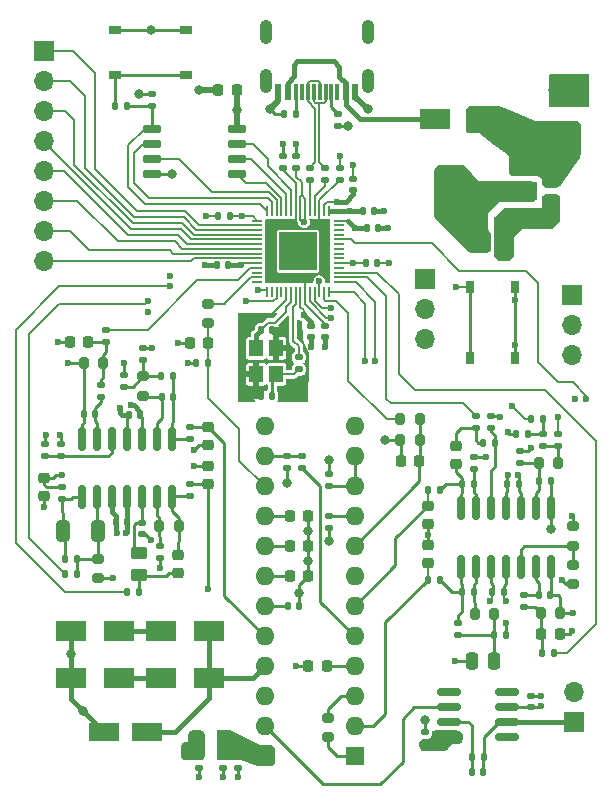
<source format=gbr>
%TF.GenerationSoftware,KiCad,Pcbnew,(6.0.6)*%
%TF.CreationDate,2022-11-11T00:06:58-05:00*%
%TF.ProjectId,RP2040_AS3394,52503230-3430-45f4-9153-333339342e6b,rev?*%
%TF.SameCoordinates,Original*%
%TF.FileFunction,Copper,L1,Top*%
%TF.FilePolarity,Positive*%
%FSLAX46Y46*%
G04 Gerber Fmt 4.6, Leading zero omitted, Abs format (unit mm)*
G04 Created by KiCad (PCBNEW (6.0.6)) date 2022-11-11 00:06:58*
%MOMM*%
%LPD*%
G01*
G04 APERTURE LIST*
G04 Aperture macros list*
%AMRoundRect*
0 Rectangle with rounded corners*
0 $1 Rounding radius*
0 $2 $3 $4 $5 $6 $7 $8 $9 X,Y pos of 4 corners*
0 Add a 4 corners polygon primitive as box body*
4,1,4,$2,$3,$4,$5,$6,$7,$8,$9,$2,$3,0*
0 Add four circle primitives for the rounded corners*
1,1,$1+$1,$2,$3*
1,1,$1+$1,$4,$5*
1,1,$1+$1,$6,$7*
1,1,$1+$1,$8,$9*
0 Add four rect primitives between the rounded corners*
20,1,$1+$1,$2,$3,$4,$5,0*
20,1,$1+$1,$4,$5,$6,$7,0*
20,1,$1+$1,$6,$7,$8,$9,0*
20,1,$1+$1,$8,$9,$2,$3,0*%
G04 Aperture macros list end*
%TA.AperFunction,SMDPad,CuDef*%
%ADD10RoundRect,0.225000X-0.225000X-0.250000X0.225000X-0.250000X0.225000X0.250000X-0.225000X0.250000X0*%
%TD*%
%TA.AperFunction,SMDPad,CuDef*%
%ADD11RoundRect,0.135000X-0.185000X0.135000X-0.185000X-0.135000X0.185000X-0.135000X0.185000X0.135000X0*%
%TD*%
%TA.AperFunction,SMDPad,CuDef*%
%ADD12RoundRect,0.225000X0.250000X-0.225000X0.250000X0.225000X-0.250000X0.225000X-0.250000X-0.225000X0*%
%TD*%
%TA.AperFunction,SMDPad,CuDef*%
%ADD13RoundRect,0.225000X0.225000X0.250000X-0.225000X0.250000X-0.225000X-0.250000X0.225000X-0.250000X0*%
%TD*%
%TA.AperFunction,SMDPad,CuDef*%
%ADD14RoundRect,0.135000X0.185000X-0.135000X0.185000X0.135000X-0.185000X0.135000X-0.185000X-0.135000X0*%
%TD*%
%TA.AperFunction,SMDPad,CuDef*%
%ADD15RoundRect,0.200000X-0.275000X0.200000X-0.275000X-0.200000X0.275000X-0.200000X0.275000X0.200000X0*%
%TD*%
%TA.AperFunction,SMDPad,CuDef*%
%ADD16RoundRect,0.140000X0.140000X0.170000X-0.140000X0.170000X-0.140000X-0.170000X0.140000X-0.170000X0*%
%TD*%
%TA.AperFunction,SMDPad,CuDef*%
%ADD17RoundRect,0.200000X-0.200000X-0.275000X0.200000X-0.275000X0.200000X0.275000X-0.200000X0.275000X0*%
%TD*%
%TA.AperFunction,SMDPad,CuDef*%
%ADD18RoundRect,0.140000X0.170000X-0.140000X0.170000X0.140000X-0.170000X0.140000X-0.170000X-0.140000X0*%
%TD*%
%TA.AperFunction,SMDPad,CuDef*%
%ADD19RoundRect,0.140000X-0.140000X-0.170000X0.140000X-0.170000X0.140000X0.170000X-0.140000X0.170000X0*%
%TD*%
%TA.AperFunction,SMDPad,CuDef*%
%ADD20RoundRect,0.250000X0.450000X-0.262500X0.450000X0.262500X-0.450000X0.262500X-0.450000X-0.262500X0*%
%TD*%
%TA.AperFunction,SMDPad,CuDef*%
%ADD21R,0.750000X1.000000*%
%TD*%
%TA.AperFunction,SMDPad,CuDef*%
%ADD22RoundRect,0.135000X-0.135000X-0.185000X0.135000X-0.185000X0.135000X0.185000X-0.135000X0.185000X0*%
%TD*%
%TA.AperFunction,SMDPad,CuDef*%
%ADD23RoundRect,0.200000X0.200000X0.275000X-0.200000X0.275000X-0.200000X-0.275000X0.200000X-0.275000X0*%
%TD*%
%TA.AperFunction,SMDPad,CuDef*%
%ADD24R,2.000000X1.500000*%
%TD*%
%TA.AperFunction,SMDPad,CuDef*%
%ADD25R,2.000000X3.800000*%
%TD*%
%TA.AperFunction,SMDPad,CuDef*%
%ADD26R,0.600000X1.450000*%
%TD*%
%TA.AperFunction,SMDPad,CuDef*%
%ADD27R,0.300000X1.450000*%
%TD*%
%TA.AperFunction,ComponentPad*%
%ADD28O,1.050000X2.100000*%
%TD*%
%TA.AperFunction,ComponentPad*%
%ADD29R,1.700000X1.700000*%
%TD*%
%TA.AperFunction,ComponentPad*%
%ADD30O,1.700000X1.700000*%
%TD*%
%TA.AperFunction,SMDPad,CuDef*%
%ADD31RoundRect,0.150000X0.150000X-0.825000X0.150000X0.825000X-0.150000X0.825000X-0.150000X-0.825000X0*%
%TD*%
%TA.AperFunction,SMDPad,CuDef*%
%ADD32R,1.200000X1.400000*%
%TD*%
%TA.AperFunction,SMDPad,CuDef*%
%ADD33R,2.500000X1.800000*%
%TD*%
%TA.AperFunction,ComponentPad*%
%ADD34R,1.600000X1.600000*%
%TD*%
%TA.AperFunction,ComponentPad*%
%ADD35O,1.600000X1.600000*%
%TD*%
%TA.AperFunction,SMDPad,CuDef*%
%ADD36RoundRect,0.218750X0.218750X0.381250X-0.218750X0.381250X-0.218750X-0.381250X0.218750X-0.381250X0*%
%TD*%
%TA.AperFunction,SMDPad,CuDef*%
%ADD37RoundRect,0.250000X0.325000X0.650000X-0.325000X0.650000X-0.325000X-0.650000X0.325000X-0.650000X0*%
%TD*%
%TA.AperFunction,SMDPad,CuDef*%
%ADD38R,1.800000X2.500000*%
%TD*%
%TA.AperFunction,SMDPad,CuDef*%
%ADD39RoundRect,0.140000X-0.170000X0.140000X-0.170000X-0.140000X0.170000X-0.140000X0.170000X0.140000X0*%
%TD*%
%TA.AperFunction,SMDPad,CuDef*%
%ADD40RoundRect,0.150000X-0.650000X-0.150000X0.650000X-0.150000X0.650000X0.150000X-0.650000X0.150000X0*%
%TD*%
%TA.AperFunction,SMDPad,CuDef*%
%ADD41RoundRect,0.135000X0.135000X0.185000X-0.135000X0.185000X-0.135000X-0.185000X0.135000X-0.185000X0*%
%TD*%
%TA.AperFunction,SMDPad,CuDef*%
%ADD42RoundRect,0.200000X0.275000X-0.200000X0.275000X0.200000X-0.275000X0.200000X-0.275000X-0.200000X0*%
%TD*%
%TA.AperFunction,SMDPad,CuDef*%
%ADD43RoundRect,0.150000X-0.825000X-0.150000X0.825000X-0.150000X0.825000X0.150000X-0.825000X0.150000X0*%
%TD*%
%TA.AperFunction,SMDPad,CuDef*%
%ADD44RoundRect,0.225000X-0.250000X0.225000X-0.250000X-0.225000X0.250000X-0.225000X0.250000X0.225000X0*%
%TD*%
%TA.AperFunction,SMDPad,CuDef*%
%ADD45RoundRect,0.050000X-0.387500X-0.050000X0.387500X-0.050000X0.387500X0.050000X-0.387500X0.050000X0*%
%TD*%
%TA.AperFunction,SMDPad,CuDef*%
%ADD46RoundRect,0.050000X-0.050000X-0.387500X0.050000X-0.387500X0.050000X0.387500X-0.050000X0.387500X0*%
%TD*%
%TA.AperFunction,SMDPad,CuDef*%
%ADD47R,3.200000X3.200000*%
%TD*%
%TA.AperFunction,SMDPad,CuDef*%
%ADD48RoundRect,0.250000X1.050000X0.550000X-1.050000X0.550000X-1.050000X-0.550000X1.050000X-0.550000X0*%
%TD*%
%TA.AperFunction,SMDPad,CuDef*%
%ADD49RoundRect,0.150000X-0.150000X0.825000X-0.150000X-0.825000X0.150000X-0.825000X0.150000X0.825000X0*%
%TD*%
%TA.AperFunction,SMDPad,CuDef*%
%ADD50RoundRect,0.250000X0.250000X0.475000X-0.250000X0.475000X-0.250000X-0.475000X0.250000X-0.475000X0*%
%TD*%
%TA.AperFunction,SMDPad,CuDef*%
%ADD51R,1.000000X0.750000*%
%TD*%
%TA.AperFunction,ViaPad*%
%ADD52C,0.600000*%
%TD*%
%TA.AperFunction,ViaPad*%
%ADD53C,0.800000*%
%TD*%
%TA.AperFunction,Conductor*%
%ADD54C,0.205740*%
%TD*%
%TA.AperFunction,Conductor*%
%ADD55C,0.200000*%
%TD*%
%TA.AperFunction,Conductor*%
%ADD56C,0.199898*%
%TD*%
%TA.AperFunction,Conductor*%
%ADD57C,0.254000*%
%TD*%
%TA.AperFunction,Conductor*%
%ADD58C,0.508000*%
%TD*%
%TA.AperFunction,Conductor*%
%ADD59C,0.381000*%
%TD*%
%TA.AperFunction,Conductor*%
%ADD60C,1.016000*%
%TD*%
%TA.AperFunction,Conductor*%
%ADD61C,0.250000*%
%TD*%
%TA.AperFunction,Conductor*%
%ADD62C,0.127000*%
%TD*%
G04 APERTURE END LIST*
D10*
%TO.P,C33,1*%
%TO.N,Net-(C33-Pad1)*%
X133972000Y-132461000D03*
%TO.P,C33,2*%
%TO.N,GND*%
X135522000Y-132461000D03*
%TD*%
D11*
%TO.P,R31,1*%
%TO.N,/AS3394_PWM/Filter_Freq_PWM*%
X118364000Y-111631000D03*
%TO.P,R31,2*%
%TO.N,Net-(C32-Pad1)*%
X118364000Y-112651000D03*
%TD*%
D12*
%TO.P,C30,1*%
%TO.N,/AS3394_PWM/VCO_Freq_CV*%
X145616000Y-131392000D03*
%TO.P,C30,2*%
%TO.N,GND*%
X145616000Y-129842000D03*
%TD*%
D13*
%TO.P,C45,1*%
%TO.N,/AS3394_PWM/Pulse_Width_CV*%
X144905000Y-122758000D03*
%TO.P,C45,2*%
%TO.N,GND*%
X143355000Y-122758000D03*
%TD*%
D14*
%TO.P,R18,1*%
%TO.N,GND*%
X122936000Y-130939000D03*
%TO.P,R18,2*%
%TO.N,Net-(R18-Pad2)*%
X122936000Y-129919000D03*
%TD*%
D15*
%TO.P,R54,1*%
%TO.N,/AS3394_PWM/Filter_Res_PWM*%
X127013000Y-109405000D03*
%TO.P,R54,2*%
%TO.N,/AS3394_PWM/Filter_Res_CV*%
X127013000Y-111055000D03*
%TD*%
D16*
%TO.P,C27,1*%
%TO.N,Net-(C27-Pad1)*%
X149525000Y-133792000D03*
%TO.P,C27,2*%
%TO.N,Net-(C27-Pad2)*%
X148565000Y-133792000D03*
%TD*%
D17*
%TO.P,R52,1*%
%TO.N,/AS3394_PWM/Pulse_Width_PWM*%
X143305000Y-119202000D03*
%TO.P,R52,2*%
%TO.N,/AS3394_PWM/Pulse_Width_CV*%
X144955000Y-119202000D03*
%TD*%
D16*
%TO.P,C48,1*%
%TO.N,GND*%
X121257000Y-118872000D03*
%TO.P,C48,2*%
%TO.N,VEE*%
X120297000Y-118872000D03*
%TD*%
D11*
%TO.P,R17,1*%
%TO.N,GND*%
X149553000Y-122360000D03*
%TO.P,R17,2*%
%TO.N,Net-(R17-Pad2)*%
X149553000Y-123380000D03*
%TD*%
D16*
%TO.P,C14,1*%
%TO.N,GND*%
X132480000Y-111620000D03*
%TO.P,C14,2*%
%TO.N,/XIN*%
X131520000Y-111620000D03*
%TD*%
D18*
%TO.P,C51,1*%
%TO.N,VEE*%
X145415000Y-146657000D03*
%TO.P,C51,2*%
%TO.N,GND*%
X145415000Y-145697000D03*
%TD*%
D19*
%TO.P,C8,1*%
%TO.N,+3V3*%
X140109000Y-101538490D03*
%TO.P,C8,2*%
%TO.N,GND*%
X141069000Y-101538490D03*
%TD*%
D14*
%TO.P,R57,1*%
%TO.N,Net-(C42-Pad2)*%
X114620000Y-125990000D03*
%TO.P,R57,2*%
%TO.N,/AS3394_PWM/Mixer_Balance_CV*%
X114620000Y-124970000D03*
%TD*%
D17*
%TO.P,R21,1*%
%TO.N,Net-(C18-Pad1)*%
X155205000Y-135568000D03*
%TO.P,R21,2*%
%TO.N,Net-(C23-Pad2)*%
X156855000Y-135568000D03*
%TD*%
D20*
%TO.P,R13,1*%
%TO.N,Net-(C22-Pad1)*%
X121158000Y-132357500D03*
%TO.P,R13,2*%
%TO.N,Net-(C20-Pad1)*%
X121158000Y-130532500D03*
%TD*%
D19*
%TO.P,C15,1*%
%TO.N,GND*%
X131480000Y-117240000D03*
%TO.P,C15,2*%
%TO.N,Net-(C15-Pad2)*%
X132440000Y-117240000D03*
%TD*%
D21*
%TO.P,S2,A*%
%TO.N,/RUN*%
X149245000Y-114032500D03*
%TO.P,S2,B*%
X149245000Y-108032500D03*
%TO.P,S2,C*%
%TO.N,GND*%
X152995000Y-114032500D03*
%TO.P,S2,D*%
X152995000Y-108032500D03*
%TD*%
D11*
%TO.P,R41,1*%
%TO.N,Net-(C38-Pad2)*%
X119888000Y-115441000D03*
%TO.P,R41,2*%
%TO.N,Net-(C39-Pad1)*%
X119888000Y-116461000D03*
%TD*%
D12*
%TO.P,C22,1*%
%TO.N,Net-(C22-Pad1)*%
X124460000Y-132220000D03*
%TO.P,C22,2*%
%TO.N,Net-(C22-Pad2)*%
X124460000Y-130670000D03*
%TD*%
D11*
%TO.P,R6,1*%
%TO.N,+3V3*%
X122257000Y-91692000D03*
%TO.P,R6,2*%
%TO.N,/QSPI_SS*%
X122257000Y-92712000D03*
%TD*%
D14*
%TO.P,R2,1*%
%TO.N,GND*%
X138000000Y-94353000D03*
%TO.P,R2,2*%
%TO.N,Net-(J2-PadA5)*%
X138000000Y-93333000D03*
%TD*%
D22*
%TO.P,R47,1*%
%TO.N,Net-(R43-Pad2)*%
X155012000Y-124392000D03*
%TO.P,R47,2*%
%TO.N,/AS3394_PWM/Wave_Select_CV*%
X156032000Y-124392000D03*
%TD*%
D23*
%TO.P,R53,1*%
%TO.N,/AS3394_PWM/Pulse_Width_CV*%
X144955000Y-120980000D03*
%TO.P,R53,2*%
%TO.N,GND*%
X143305000Y-120980000D03*
%TD*%
D24*
%TO.P,U2,1,GND*%
%TO.N,GND*%
X153829000Y-102166000D03*
D25*
%TO.P,U2,2,VO*%
%TO.N,+3V3*%
X147529000Y-99866000D03*
D24*
X153829000Y-99866000D03*
%TO.P,U2,3,VI*%
%TO.N,Net-(C7-Pad1)*%
X153829000Y-97566000D03*
%TD*%
D26*
%TO.P,J2,A1B12,GND*%
%TO.N,GND*%
X139472000Y-91487500D03*
%TO.P,J2,A4B9,VBUS*%
%TO.N,Net-(D1-Pad2)*%
X138672000Y-91487500D03*
D27*
%TO.P,J2,A5,CC1*%
%TO.N,Net-(J2-PadA5)*%
X137472000Y-91487500D03*
%TO.P,J2,A6,DP1*%
%TO.N,/USB_D+*%
X136472000Y-91487500D03*
%TO.P,J2,A7,DN1*%
%TO.N,/USB_D-*%
X135972000Y-91487500D03*
%TO.P,J2,A8,SBU1*%
%TO.N,unconnected-(J2-PadA8)*%
X134972000Y-91487500D03*
D26*
%TO.P,J2,B1A12,GND*%
%TO.N,GND*%
X132972000Y-91487500D03*
%TO.P,J2,B4A9,VBUS*%
%TO.N,Net-(D1-Pad2)*%
X133772000Y-91487500D03*
D27*
%TO.P,J2,B5,CC2*%
%TO.N,Net-(J2-PadB5)*%
X134472000Y-91487500D03*
%TO.P,J2,B6,DP2*%
%TO.N,/USB_D+*%
X135472000Y-91487500D03*
%TO.P,J2,B7,DN2*%
%TO.N,/USB_D-*%
X136972000Y-91487500D03*
%TO.P,J2,B8,SBU2*%
%TO.N,unconnected-(J2-PadB8)*%
X137972000Y-91487500D03*
D28*
%TO.P,J2,S1,SHIELD*%
%TO.N,unconnected-(J2-PadS1)*%
X140542000Y-90572500D03*
%TO.P,J2,S2,SHIELD*%
%TO.N,unconnected-(J2-PadS2)*%
X131902000Y-90572500D03*
%TO.P,J2,S3,SHIELD*%
%TO.N,unconnected-(J2-PadS3)*%
X140542000Y-86392500D03*
%TO.P,J2,S4,SHIELD*%
%TO.N,unconnected-(J2-PadS4)*%
X131902000Y-86392500D03*
%TD*%
D29*
%TO.P,J4,1,Pin_1*%
%TO.N,Net-(J4-Pad1)*%
X113157000Y-88026000D03*
D30*
%TO.P,J4,2,Pin_2*%
%TO.N,Net-(J4-Pad2)*%
X113157000Y-90566000D03*
%TO.P,J4,3,Pin_3*%
%TO.N,Net-(J4-Pad3)*%
X113157000Y-93106000D03*
%TO.P,J4,4,Pin_4*%
%TO.N,Net-(J4-Pad4)*%
X113157000Y-95646000D03*
%TO.P,J4,5,Pin_5*%
%TO.N,Net-(J4-Pad5)*%
X113157000Y-98186000D03*
%TO.P,J4,6,Pin_6*%
%TO.N,Net-(J4-Pad6)*%
X113157000Y-100726000D03*
%TO.P,J4,7,Pin_7*%
%TO.N,Net-(J4-Pad7)*%
X113157000Y-103266000D03*
%TO.P,J4,8,Pin_8*%
%TO.N,Net-(J4-Pad8)*%
X113157000Y-105806000D03*
%TD*%
D19*
%TO.P,C31,1*%
%TO.N,Net-(C31-Pad1)*%
X133759000Y-135001000D03*
%TO.P,C31,2*%
%TO.N,GND*%
X134719000Y-135001000D03*
%TD*%
D22*
%TO.P,R10,1*%
%TO.N,/AS3394_PWM/Final_Gain_PWM*%
X120140000Y-133858000D03*
%TO.P,R10,2*%
%TO.N,Net-(C22-Pad1)*%
X121160000Y-133858000D03*
%TD*%
D31*
%TO.P,U6,1*%
%TO.N,Net-(C42-Pad2)*%
X116332000Y-125792000D03*
%TO.P,U6,2,-*%
%TO.N,Net-(C42-Pad1)*%
X117602000Y-125792000D03*
%TO.P,U6,3,+*%
%TO.N,GND*%
X118872000Y-125792000D03*
%TO.P,U6,4,V+*%
%TO.N,VCC*%
X120142000Y-125792000D03*
%TO.P,U6,5,+*%
%TO.N,Net-(C20-Pad1)*%
X121412000Y-125792000D03*
%TO.P,U6,6,-*%
%TO.N,Net-(R18-Pad2)*%
X122682000Y-125792000D03*
%TO.P,U6,7*%
%TO.N,Net-(C22-Pad2)*%
X123952000Y-125792000D03*
%TO.P,U6,8*%
%TO.N,Net-(C40-Pad2)*%
X123952000Y-120842000D03*
%TO.P,U6,9,-*%
%TO.N,Net-(C40-Pad1)*%
X122682000Y-120842000D03*
%TO.P,U6,10,+*%
%TO.N,GND*%
X121412000Y-120842000D03*
%TO.P,U6,11,V-*%
%TO.N,VEE*%
X120142000Y-120842000D03*
%TO.P,U6,12,+*%
%TO.N,Net-(R33-Pad2)*%
X118872000Y-120842000D03*
%TO.P,U6,13,-*%
%TO.N,Net-(C38-Pad1)*%
X117602000Y-120842000D03*
%TO.P,U6,14*%
%TO.N,Net-(C38-Pad2)*%
X116332000Y-120842000D03*
%TD*%
D32*
%TO.P,Y1,1,1*%
%TO.N,/XIN*%
X131103000Y-113200000D03*
%TO.P,Y1,2,2*%
%TO.N,GND*%
X131103000Y-115400000D03*
%TO.P,Y1,3,3*%
%TO.N,Net-(C15-Pad2)*%
X132803000Y-115400000D03*
%TO.P,Y1,4,4*%
%TO.N,GND*%
X132803000Y-113200000D03*
%TD*%
D33*
%TO.P,D4,1,K*%
%TO.N,Net-(C34-Pad1)*%
X127063000Y-137160000D03*
%TO.P,D4,2,A*%
%TO.N,Net-(D4-Pad2)*%
X123063000Y-137160000D03*
%TD*%
D23*
%TO.P,R34,1*%
%TO.N,Net-(C32-Pad1)*%
X118137000Y-114427000D03*
%TO.P,R34,2*%
%TO.N,Net-(C38-Pad2)*%
X116487000Y-114427000D03*
%TD*%
D11*
%TO.P,R44,1*%
%TO.N,VEE*%
X153470000Y-121880000D03*
%TO.P,R44,2*%
%TO.N,Net-(R43-Pad2)*%
X153470000Y-122900000D03*
%TD*%
D34*
%TO.P,U5,1,IRef*%
%TO.N,Net-(R15-Pad1)*%
X139436000Y-147706000D03*
D35*
%TO.P,U5,2,VCO_Freq_CV*%
%TO.N,/AS3394_PWM/VCO_Freq_CV*%
X139436000Y-145166000D03*
%TO.P,U5,3,Vee*%
%TO.N,VEE*%
X139436000Y-142626000D03*
%TO.P,U5,4,Ct*%
%TO.N,Net-(C17-Pad2)*%
X139436000Y-140086000D03*
%TO.P,U5,5,Pulse_Out_F/2*%
%TO.N,/AS3394_PWM/Ext_Input2*%
X139436000Y-137546000D03*
%TO.P,U5,6,Mod_Amt_CV*%
%TO.N,/AS3394_PWM/Mod_Amt_Cv*%
X139436000Y-135006000D03*
%TO.P,U5,7,Wave_Select_CV*%
%TO.N,/AS3394_PWM/Wave_Select_CV*%
X139436000Y-132466000D03*
%TO.P,U5,8,Pulse_Width_CV*%
%TO.N,/AS3394_PWM/Pulse_Width_CV*%
X139436000Y-129926000D03*
%TO.P,U5,9,Saw_Out*%
%TO.N,/AS3394_PWM/Saw_Out*%
X139436000Y-127386000D03*
%TO.P,U5,10,Wave_Out*%
%TO.N,/AS3394_PWM/Wave_Out*%
X139436000Y-124846000D03*
%TO.P,U5,11,Ext_Input1*%
X139436000Y-122306000D03*
%TO.P,U5,12,GND*%
%TO.N,GND*%
X139436000Y-119766000D03*
%TO.P,U5,13,Mixer_Balance_CV*%
%TO.N,/AS3394_PWM/Mixer_Balance_CV*%
X131816000Y-119766000D03*
%TO.P,U5,14,Ext_Input2*%
%TO.N,Net-(R35-Pad1)*%
X131816000Y-122306000D03*
%TO.P,U5,15,Filter_Res_CV*%
%TO.N,/AS3394_PWM/Filter_Res_CV*%
X131816000Y-124846000D03*
%TO.P,U5,16,C1*%
%TO.N,Net-(C37-Pad1)*%
X131816000Y-127386000D03*
%TO.P,U5,17,C2*%
%TO.N,Net-(C35-Pad1)*%
X131816000Y-129926000D03*
%TO.P,U5,18,C3*%
%TO.N,Net-(C33-Pad1)*%
X131816000Y-132466000D03*
%TO.P,U5,19,C4*%
%TO.N,Net-(C31-Pad1)*%
X131816000Y-135006000D03*
%TO.P,U5,20,Filter_Freq_CV*%
%TO.N,/AS3394_PWM/Filter_Freq_CV*%
X131816000Y-137546000D03*
%TO.P,U5,21*%
%TO.N,Net-(C34-Pad1)*%
X131816000Y-140086000D03*
%TO.P,U5,22,Final_Gain_CV*%
%TO.N,/AS3394_PWM/Final_Gain_CV*%
X131816000Y-142626000D03*
%TO.P,U5,23,Voice_Out*%
%TO.N,/AS3394_PWM/Out*%
X131816000Y-145166000D03*
%TO.P,U5,24,Vcc*%
%TO.N,Net-(C28-Pad1)*%
X131816000Y-147706000D03*
%TD*%
D15*
%TO.P,R45,1*%
%TO.N,Net-(C39-Pad1)*%
X121539000Y-115569992D03*
%TO.P,R45,2*%
%TO.N,Net-(C40-Pad1)*%
X121539000Y-117219992D03*
%TD*%
D18*
%TO.P,C50,1*%
%TO.N,VCC*%
X154410000Y-143575000D03*
%TO.P,C50,2*%
%TO.N,GND*%
X154410000Y-142615000D03*
%TD*%
D36*
%TO.P,FB1,1*%
%TO.N,Net-(C28-Pad1)*%
X128316500Y-146177000D03*
%TO.P,FB1,2*%
%TO.N,VCC*%
X126191500Y-146177000D03*
%TD*%
D10*
%TO.P,C37,1*%
%TO.N,Net-(C37-Pad1)*%
X133972000Y-127381000D03*
%TO.P,C37,2*%
%TO.N,GND*%
X135522000Y-127381000D03*
%TD*%
D11*
%TO.P,R32,1*%
%TO.N,Net-(C32-Pad1)*%
X117983000Y-116330000D03*
%TO.P,R32,2*%
%TO.N,Net-(C38-Pad1)*%
X117983000Y-117350000D03*
%TD*%
D37*
%TO.P,C42,1*%
%TO.N,Net-(C42-Pad1)*%
X117680000Y-128651000D03*
%TO.P,C42,2*%
%TO.N,Net-(C42-Pad2)*%
X114730000Y-128651000D03*
%TD*%
D38*
%TO.P,D2,1,K*%
%TO.N,Net-(C7-Pad1)*%
X157537000Y-95389000D03*
%TO.P,D2,2,A*%
%TO.N,VCC*%
X157537000Y-91389000D03*
%TD*%
D15*
%TO.P,R50,1*%
%TO.N,Net-(C42-Pad1)*%
X117729000Y-131001000D03*
%TO.P,R50,2*%
%TO.N,VEE*%
X117729000Y-132651000D03*
%TD*%
D39*
%TO.P,C28,1*%
%TO.N,Net-(C28-Pad1)*%
X128316500Y-147729000D03*
%TO.P,C28,2*%
%TO.N,GND*%
X128316500Y-148689000D03*
%TD*%
D10*
%TO.P,C12,1*%
%TO.N,+3V3*%
X150355000Y-104267000D03*
%TO.P,C12,2*%
%TO.N,GND*%
X151905000Y-104267000D03*
%TD*%
D40*
%TO.P,U3,1,~{CS}*%
%TO.N,/QSPI_SS*%
X122257000Y-94615000D03*
%TO.P,U3,2,DO(IO1)*%
%TO.N,/QSPI_SD1*%
X122257000Y-95885000D03*
%TO.P,U3,3,IO2*%
%TO.N,/QSPI_SD2*%
X122257000Y-97155000D03*
%TO.P,U3,4,GND*%
%TO.N,GND*%
X122257000Y-98425000D03*
%TO.P,U3,5,DI(IO0)*%
%TO.N,/QSPI_SD0*%
X129457000Y-98425000D03*
%TO.P,U3,6,CLK*%
%TO.N,/QSPI_SCLK*%
X129457000Y-97155000D03*
%TO.P,U3,7,IO3*%
%TO.N,/QSPI_SD3*%
X129457000Y-95885000D03*
%TO.P,U3,8,VCC*%
%TO.N,+3V3*%
X129457000Y-94615000D03*
%TD*%
D41*
%TO.P,R8,1*%
%TO.N,/AS3394_PWM/VCO_Freq_PWM*%
X156286000Y-138999000D03*
%TO.P,R8,2*%
%TO.N,Net-(C18-Pad1)*%
X155266000Y-138999000D03*
%TD*%
D42*
%TO.P,R15,1*%
%TO.N,Net-(R15-Pad1)*%
X137160000Y-146113000D03*
%TO.P,R15,2*%
%TO.N,VEE*%
X137160000Y-144463000D03*
%TD*%
D41*
%TO.P,R56,1*%
%TO.N,Net-(C42-Pad1)*%
X115953000Y-131001000D03*
%TO.P,R56,2*%
%TO.N,Net-(C42-Pad2)*%
X114933000Y-131001000D03*
%TD*%
D43*
%TO.P,U7,1,NULL*%
%TO.N,unconnected-(U7-Pad1)*%
X147385000Y-142305000D03*
%TO.P,U7,2,-*%
%TO.N,/AS3394_PWM/Out*%
X147385000Y-143575000D03*
%TO.P,U7,3,+*%
%TO.N,Net-(C52-Pad1)*%
X147385000Y-144845000D03*
%TO.P,U7,4,V-*%
%TO.N,VEE*%
X147385000Y-146115000D03*
%TO.P,U7,5,NULL*%
%TO.N,unconnected-(U7-Pad5)*%
X152335000Y-146115000D03*
%TO.P,U7,6*%
%TO.N,/AMP_OUT*%
X152335000Y-144845000D03*
%TO.P,U7,7,V+*%
%TO.N,VCC*%
X152335000Y-143575000D03*
%TO.P,U7,8,NC*%
%TO.N,unconnected-(U7-Pad8)*%
X152335000Y-142305000D03*
%TD*%
D14*
%TO.P,R11,1*%
%TO.N,GND*%
X137287000Y-128399000D03*
%TO.P,R11,2*%
%TO.N,/AS3394_PWM/Saw_Out*%
X137287000Y-127379000D03*
%TD*%
D11*
%TO.P,R9,1*%
%TO.N,/AS3394_PWM/Mod_Amt_PWM*%
X149680000Y-118929000D03*
%TO.P,R9,2*%
%TO.N,Net-(C21-Pad1)*%
X149680000Y-119949000D03*
%TD*%
%TO.P,R3,1*%
%TO.N,/USB_D+*%
X135636000Y-97915000D03*
%TO.P,R3,2*%
%TO.N,Net-(R3-Pad2)*%
X135636000Y-98935000D03*
%TD*%
D18*
%TO.P,C19,1*%
%TO.N,Net-(C19-Pad1)*%
X150950000Y-119919000D03*
%TO.P,C19,2*%
%TO.N,GND*%
X150950000Y-118959000D03*
%TD*%
D14*
%TO.P,R36,1*%
%TO.N,Net-(R33-Pad2)*%
X114607000Y-122320000D03*
%TO.P,R36,2*%
%TO.N,GND*%
X114607000Y-121300000D03*
%TD*%
D22*
%TO.P,R46,1*%
%TO.N,Net-(C39-Pad1)*%
X123031000Y-115570000D03*
%TO.P,R46,2*%
%TO.N,Net-(C40-Pad2)*%
X124051000Y-115570000D03*
%TD*%
D19*
%TO.P,C52,1*%
%TO.N,Net-(C52-Pad1)*%
X149380000Y-149100000D03*
%TO.P,C52,2*%
%TO.N,/AMP_OUT*%
X150340000Y-149100000D03*
%TD*%
D39*
%TO.P,C20,1*%
%TO.N,Net-(C20-Pad1)*%
X121412000Y-127960000D03*
%TO.P,C20,2*%
%TO.N,GND*%
X121412000Y-128920000D03*
%TD*%
D29*
%TO.P,J1,1,Pin_1*%
%TO.N,Net-(J1-Pad1)*%
X145430000Y-107285000D03*
D30*
%TO.P,J1,2,Pin_2*%
%TO.N,GND*%
X145430000Y-109825000D03*
%TO.P,J1,3,Pin_3*%
%TO.N,Net-(J1-Pad3)*%
X145430000Y-112365000D03*
%TD*%
D11*
%TO.P,R37,1*%
%TO.N,Net-(R35-Pad1)*%
X135001000Y-122299000D03*
%TO.P,R37,2*%
%TO.N,/AS3394_PWM/Ext_Input2*%
X135001000Y-123319000D03*
%TD*%
D23*
%TO.P,R28,1*%
%TO.N,Net-(C26-Pad1)*%
X151267000Y-135697000D03*
%TO.P,R28,2*%
%TO.N,Net-(C27-Pad1)*%
X149617000Y-135697000D03*
%TD*%
D18*
%TO.P,C4,1*%
%TO.N,+3V3*%
X139319000Y-99794000D03*
%TO.P,C4,2*%
%TO.N,GND*%
X139319000Y-98834000D03*
%TD*%
D41*
%TO.P,R22,1*%
%TO.N,Net-(R17-Pad2)*%
X149555000Y-124648000D03*
%TO.P,R22,2*%
%TO.N,Net-(C21-Pad2)*%
X148535000Y-124648000D03*
%TD*%
%TO.P,R55,1*%
%TO.N,/AS3394_PWM/Filter_Res_CV*%
X127013000Y-114427000D03*
%TO.P,R55,2*%
%TO.N,GND*%
X125993000Y-114427000D03*
%TD*%
D13*
%TO.P,C32,1*%
%TO.N,Net-(C32-Pad1)*%
X116853000Y-112649000D03*
%TO.P,C32,2*%
%TO.N,GND*%
X115303000Y-112649000D03*
%TD*%
D18*
%TO.P,C6,1*%
%TO.N,+3V3*%
X134493000Y-97889000D03*
%TO.P,C6,2*%
%TO.N,GND*%
X134493000Y-96929000D03*
%TD*%
D16*
%TO.P,C44,1*%
%TO.N,VEE*%
X152065000Y-133792000D03*
%TO.P,C44,2*%
%TO.N,GND*%
X151105000Y-133792000D03*
%TD*%
D33*
%TO.P,D1,1,K*%
%TO.N,Net-(C7-Pad1)*%
X150266000Y-93770000D03*
%TO.P,D1,2,A*%
%TO.N,Net-(D1-Pad2)*%
X146266000Y-93770000D03*
%TD*%
D22*
%TO.P,R1,1*%
%TO.N,GND*%
X133445000Y-93380000D03*
%TO.P,R1,2*%
%TO.N,Net-(J2-PadB5)*%
X134465000Y-93380000D03*
%TD*%
D44*
%TO.P,C21,1*%
%TO.N,Net-(C21-Pad1)*%
X148029000Y-121458000D03*
%TO.P,C21,2*%
%TO.N,Net-(C21-Pad2)*%
X148029000Y-123008000D03*
%TD*%
D18*
%TO.P,C2,1*%
%TO.N,+1V1*%
X138176000Y-98905000D03*
%TO.P,C2,2*%
%TO.N,GND*%
X138176000Y-97945000D03*
%TD*%
D17*
%TO.P,R23,1*%
%TO.N,Net-(R18-Pad2)*%
X122875000Y-128270000D03*
%TO.P,R23,2*%
%TO.N,Net-(C22-Pad2)*%
X124525000Y-128270000D03*
%TD*%
D29*
%TO.P,J3,1,Pin_1*%
%TO.N,/AMP_OUT*%
X158000000Y-144845000D03*
D30*
%TO.P,J3,2,Pin_2*%
%TO.N,GND*%
X158000000Y-142305000D03*
%TD*%
D16*
%TO.P,C10,1*%
%TO.N,+3V3*%
X128849000Y-101981000D03*
%TO.P,C10,2*%
%TO.N,GND*%
X127889000Y-101981000D03*
%TD*%
D22*
%TO.P,R12,1*%
%TO.N,Net-(C21-Pad1)*%
X150313000Y-121219000D03*
%TO.P,R12,2*%
%TO.N,Net-(C19-Pad1)*%
X151333000Y-121219000D03*
%TD*%
D45*
%TO.P,U1,1,IOVDD*%
%TO.N,+3V3*%
X131200509Y-102375990D03*
%TO.P,U1,2,GPIO0*%
%TO.N,Net-(J4-Pad1)*%
X131200509Y-102775990D03*
%TO.P,U1,3,GPIO1*%
%TO.N,Net-(J4-Pad2)*%
X131200509Y-103175990D03*
%TO.P,U1,4,GPIO2*%
%TO.N,Net-(J4-Pad3)*%
X131200509Y-103575990D03*
%TO.P,U1,5,GPIO3*%
%TO.N,Net-(J4-Pad4)*%
X131200509Y-103975990D03*
%TO.P,U1,6,GPIO4*%
%TO.N,Net-(J4-Pad5)*%
X131200509Y-104375990D03*
%TO.P,U1,7,GPIO5*%
%TO.N,Net-(J4-Pad6)*%
X131200509Y-104775990D03*
%TO.P,U1,8,GPIO6*%
%TO.N,Net-(J4-Pad7)*%
X131200509Y-105175990D03*
%TO.P,U1,9,GPIO7*%
%TO.N,Net-(J4-Pad8)*%
X131200509Y-105575990D03*
%TO.P,U1,10,IOVDD*%
%TO.N,+3V3*%
X131200509Y-105975990D03*
%TO.P,U1,11,GPIO8*%
%TO.N,/AS3394_PWM/Filter_Freq_PWM*%
X131200509Y-106375990D03*
%TO.P,U1,12,GPIO9*%
%TO.N,unconnected-(U1-Pad12)*%
X131200509Y-106775990D03*
%TO.P,U1,13,GPIO10*%
%TO.N,/AS3394_PWM/Filter_Res_PWM*%
X131200509Y-107175990D03*
%TO.P,U1,14,GPIO11*%
%TO.N,unconnected-(U1-Pad14)*%
X131200509Y-107575990D03*
D46*
%TO.P,U1,15,GPIO12*%
%TO.N,/AS3394_PWM/Final_Gain_PWM*%
X132038009Y-108413490D03*
%TO.P,U1,16,GPIO13*%
%TO.N,unconnected-(U1-Pad16)*%
X132438009Y-108413490D03*
%TO.P,U1,17,GPIO14*%
%TO.N,/AS3394_PWM/Mixer_Balance_PWM*%
X132838009Y-108413490D03*
%TO.P,U1,18,GPIO15*%
%TO.N,unconnected-(U1-Pad18)*%
X133238009Y-108413490D03*
%TO.P,U1,19,TESTEN*%
%TO.N,GND*%
X133638009Y-108413490D03*
%TO.P,U1,20,XIN*%
%TO.N,/XIN*%
X134038009Y-108413490D03*
%TO.P,U1,21,XOUT*%
%TO.N,/XOUT*%
X134438009Y-108413490D03*
%TO.P,U1,22,IOVDD*%
%TO.N,+3V3*%
X134838009Y-108413490D03*
%TO.P,U1,23,DVDD*%
%TO.N,+1V1*%
X135238009Y-108413490D03*
%TO.P,U1,24,SWCLK*%
%TO.N,Net-(J1-Pad3)*%
X135638009Y-108413490D03*
%TO.P,U1,25,SWD*%
%TO.N,Net-(J1-Pad1)*%
X136038009Y-108413490D03*
%TO.P,U1,26,RUN*%
%TO.N,/RUN*%
X136438009Y-108413490D03*
%TO.P,U1,27,GPIO16*%
%TO.N,/AS3394_PWM/Pulse_Width_PWM*%
X136838009Y-108413490D03*
%TO.P,U1,28,GPIO17*%
%TO.N,/AS3394_PWM/Wave_Select_2*%
X137238009Y-108413490D03*
D45*
%TO.P,U1,29,GPIO18*%
%TO.N,/AS3394_PWM/Wave_Select_1*%
X138075509Y-107575990D03*
%TO.P,U1,30,GPIO19*%
%TO.N,/AS3394_PWM/Mod_Amt_PWM*%
X138075509Y-107175990D03*
%TO.P,U1,31,GPIO20*%
%TO.N,/AS3394_PWM/VCO_Freq_PWM*%
X138075509Y-106775990D03*
%TO.P,U1,32,GPIO21*%
%TO.N,unconnected-(U1-Pad32)*%
X138075509Y-106375990D03*
%TO.P,U1,33,IOVDD*%
%TO.N,+3V3*%
X138075509Y-105975990D03*
%TO.P,U1,34,GPIO22*%
%TO.N,unconnected-(U1-Pad34)*%
X138075509Y-105575990D03*
%TO.P,U1,35,GPIO23*%
%TO.N,unconnected-(U1-Pad35)*%
X138075509Y-105175990D03*
%TO.P,U1,36,GPIO24*%
%TO.N,unconnected-(U1-Pad36)*%
X138075509Y-104775990D03*
%TO.P,U1,37,GPIO25*%
%TO.N,unconnected-(U1-Pad37)*%
X138075509Y-104375990D03*
%TO.P,U1,38,GPIO26_ADC0*%
%TO.N,/AMP_OUT*%
X138075509Y-103975990D03*
%TO.P,U1,39,GPIO27_ADC1*%
%TO.N,unconnected-(U1-Pad39)*%
X138075509Y-103575990D03*
%TO.P,U1,40,GPIO28_ADC2*%
%TO.N,unconnected-(U1-Pad40)*%
X138075509Y-103175990D03*
%TO.P,U1,41,GPIO29_ADC3*%
%TO.N,unconnected-(U1-Pad41)*%
X138075509Y-102775990D03*
%TO.P,U1,42,IOVDD*%
%TO.N,+3V3*%
X138075509Y-102375990D03*
D46*
%TO.P,U1,43,ADC_AVDD*%
X137238009Y-101538490D03*
%TO.P,U1,44,VREG_IN*%
X136838009Y-101538490D03*
%TO.P,U1,45,VREG_VOUT*%
%TO.N,+1V1*%
X136438009Y-101538490D03*
%TO.P,U1,46,USB_DM*%
%TO.N,Net-(R4-Pad2)*%
X136038009Y-101538490D03*
%TO.P,U1,47,USB_DP*%
%TO.N,Net-(R3-Pad2)*%
X135638009Y-101538490D03*
%TO.P,U1,48,USB_VDD*%
%TO.N,+3V3*%
X135238009Y-101538490D03*
%TO.P,U1,49,IOVDD*%
X134838009Y-101538490D03*
%TO.P,U1,50,DVDD*%
%TO.N,+1V1*%
X134438009Y-101538490D03*
%TO.P,U1,51,QSPI_SD3*%
%TO.N,/QSPI_SD3*%
X134038009Y-101538490D03*
%TO.P,U1,52,QSPI_SCLK*%
%TO.N,/QSPI_SCLK*%
X133638009Y-101538490D03*
%TO.P,U1,53,QSPI_SD0*%
%TO.N,/QSPI_SD0*%
X133238009Y-101538490D03*
%TO.P,U1,54,QSPI_SD2*%
%TO.N,/QSPI_SD2*%
X132838009Y-101538490D03*
%TO.P,U1,55,QSPI_SD1*%
%TO.N,/QSPI_SD1*%
X132438009Y-101538490D03*
%TO.P,U1,56,QSPI_SS*%
%TO.N,/QSPI_SS*%
X132038009Y-101538490D03*
D47*
%TO.P,U1,57,GND*%
%TO.N,GND*%
X134638009Y-104975990D03*
%TD*%
D11*
%TO.P,R4,1*%
%TO.N,/USB_D-*%
X136906000Y-97915000D03*
%TO.P,R4,2*%
%TO.N,Net-(R4-Pad2)*%
X136906000Y-98935000D03*
%TD*%
D14*
%TO.P,R48,1*%
%TO.N,Net-(C40-Pad2)*%
X125476000Y-120842000D03*
%TO.P,R48,2*%
%TO.N,/AS3394_PWM/Filter_Freq_CV*%
X125476000Y-119822000D03*
%TD*%
D39*
%TO.P,C29,1*%
%TO.N,Net-(C28-Pad1)*%
X129540000Y-147729000D03*
%TO.P,C29,2*%
%TO.N,GND*%
X129540000Y-148689000D03*
%TD*%
D22*
%TO.P,R38,1*%
%TO.N,GND*%
X153107000Y-120457000D03*
%TO.P,R38,2*%
%TO.N,Net-(R38-Pad2)*%
X154127000Y-120457000D03*
%TD*%
D48*
%TO.P,C34,1*%
%TO.N,Net-(C34-Pad1)*%
X121815000Y-145669000D03*
%TO.P,C34,2*%
%TO.N,GND*%
X118215000Y-145669000D03*
%TD*%
D22*
%TO.P,R49,1*%
%TO.N,/AS3394_PWM/Mixer_Balance_PWM*%
X114933000Y-132334000D03*
%TO.P,R49,2*%
%TO.N,Net-(C42-Pad1)*%
X115953000Y-132334000D03*
%TD*%
D49*
%TO.P,U4,1*%
%TO.N,/AS3394_PWM/Wave_Select_CV*%
X156030000Y-126745000D03*
%TO.P,U4,2,-*%
%TO.N,Net-(R43-Pad2)*%
X154760000Y-126745000D03*
%TO.P,U4,3,+*%
%TO.N,GND*%
X153490000Y-126745000D03*
%TO.P,U4,4,V+*%
%TO.N,VCC*%
X152220000Y-126745000D03*
%TO.P,U4,5,+*%
%TO.N,Net-(C19-Pad1)*%
X150950000Y-126745000D03*
%TO.P,U4,6,-*%
%TO.N,Net-(R17-Pad2)*%
X149680000Y-126745000D03*
%TO.P,U4,7*%
%TO.N,Net-(C21-Pad2)*%
X148410000Y-126745000D03*
%TO.P,U4,8*%
%TO.N,Net-(C27-Pad2)*%
X148410000Y-131695000D03*
%TO.P,U4,9,-*%
%TO.N,Net-(C27-Pad1)*%
X149680000Y-131695000D03*
%TO.P,U4,10,+*%
%TO.N,GND*%
X150950000Y-131695000D03*
%TO.P,U4,11,V-*%
%TO.N,VEE*%
X152220000Y-131695000D03*
%TO.P,U4,12,+*%
%TO.N,Net-(R20-Pad2)*%
X153490000Y-131695000D03*
%TO.P,U4,13,-*%
%TO.N,Net-(C23-Pad1)*%
X154760000Y-131695000D03*
%TO.P,U4,14*%
%TO.N,Net-(C23-Pad2)*%
X156030000Y-131695000D03*
%TD*%
D13*
%TO.P,C46,1*%
%TO.N,/AS3394_PWM/Filter_Res_CV*%
X127013000Y-112776000D03*
%TO.P,C46,2*%
%TO.N,GND*%
X125463000Y-112776000D03*
%TD*%
D14*
%TO.P,R19,1*%
%TO.N,Net-(C18-Pad1)*%
X153744000Y-135062000D03*
%TO.P,R19,2*%
%TO.N,Net-(C23-Pad1)*%
X153744000Y-134042000D03*
%TD*%
D22*
%TO.P,R39,1*%
%TO.N,/AS3394_PWM/Wave_Select_2*%
X154377000Y-119187000D03*
%TO.P,R39,2*%
%TO.N,Net-(R38-Pad2)*%
X155397000Y-119187000D03*
%TD*%
D44*
%TO.P,C41,1*%
%TO.N,/AS3394_PWM/Filter_Freq_CV*%
X127000000Y-119822000D03*
%TO.P,C41,2*%
%TO.N,GND*%
X127000000Y-121372000D03*
%TD*%
D39*
%TO.P,C1,1*%
%TO.N,+1V1*%
X136906000Y-111280000D03*
%TO.P,C1,2*%
%TO.N,GND*%
X136906000Y-112240000D03*
%TD*%
%TO.P,C13,1*%
%TO.N,+3V3*%
X135710000Y-111280000D03*
%TO.P,C13,2*%
%TO.N,GND*%
X135710000Y-112240000D03*
%TD*%
D50*
%TO.P,C26,1*%
%TO.N,Net-(C26-Pad1)*%
X151267000Y-139634000D03*
%TO.P,C26,2*%
%TO.N,GND*%
X149367000Y-139634000D03*
%TD*%
D18*
%TO.P,C39,1*%
%TO.N,Net-(C39-Pad1)*%
X121539000Y-114145000D03*
%TO.P,C39,2*%
%TO.N,GND*%
X121539000Y-113185000D03*
%TD*%
D10*
%TO.P,C17,1*%
%TO.N,GND*%
X135510000Y-140130000D03*
%TO.P,C17,2*%
%TO.N,Net-(C17-Pad2)*%
X137060000Y-140130000D03*
%TD*%
D14*
%TO.P,R29,1*%
%TO.N,Net-(C26-Pad1)*%
X148156000Y-137477000D03*
%TO.P,R29,2*%
%TO.N,Net-(C27-Pad2)*%
X148156000Y-136457000D03*
%TD*%
D19*
%TO.P,C43,1*%
%TO.N,VCC*%
X152375000Y-124648000D03*
%TO.P,C43,2*%
%TO.N,GND*%
X153335000Y-124648000D03*
%TD*%
D41*
%TO.P,R27,1*%
%TO.N,Net-(C23-Pad2)*%
X152287000Y-137475000D03*
%TO.P,R27,2*%
%TO.N,Net-(C26-Pad1)*%
X151267000Y-137475000D03*
%TD*%
D14*
%TO.P,R26,1*%
%TO.N,Net-(C22-Pad2)*%
X125476000Y-125732000D03*
%TO.P,R26,2*%
%TO.N,/AS3394_PWM/Final_Gain_CV*%
X125476000Y-124712000D03*
%TD*%
D11*
%TO.P,R33,1*%
%TO.N,VCC*%
X113210000Y-121297993D03*
%TO.P,R33,2*%
%TO.N,Net-(R33-Pad2)*%
X113210000Y-122317993D03*
%TD*%
D13*
%TO.P,C16,1*%
%TO.N,+3V3*%
X129457000Y-91313000D03*
%TO.P,C16,2*%
%TO.N,GND*%
X127907000Y-91313000D03*
%TD*%
D33*
%TO.P,D5,1,K*%
%TO.N,GND*%
X115443000Y-141097000D03*
%TO.P,D5,2,A*%
%TO.N,Net-(D3-Pad1)*%
X119443000Y-141097000D03*
%TD*%
D42*
%TO.P,R20,1*%
%TO.N,VCC*%
X157935000Y-133165000D03*
%TO.P,R20,2*%
%TO.N,Net-(R20-Pad2)*%
X157935000Y-131515000D03*
%TD*%
D11*
%TO.P,R14,1*%
%TO.N,GND*%
X137287000Y-123823000D03*
%TO.P,R14,2*%
%TO.N,/AS3394_PWM/Wave_Out*%
X137287000Y-124843000D03*
%TD*%
D33*
%TO.P,D6,1,K*%
%TO.N,Net-(D4-Pad2)*%
X119443000Y-137160000D03*
%TO.P,D6,2,A*%
%TO.N,GND*%
X115443000Y-137160000D03*
%TD*%
D11*
%TO.P,R35,1*%
%TO.N,Net-(R35-Pad1)*%
X133731000Y-122299000D03*
%TO.P,R35,2*%
%TO.N,GND*%
X133731000Y-123319000D03*
%TD*%
%TO.P,R42,1*%
%TO.N,/AS3394_PWM/Wave_Select_1*%
X156665000Y-120455000D03*
%TO.P,R42,2*%
%TO.N,Net-(R40-Pad2)*%
X156665000Y-121475000D03*
%TD*%
D16*
%TO.P,C11,1*%
%TO.N,+3V3*%
X128750000Y-106172000D03*
%TO.P,C11,2*%
%TO.N,GND*%
X127790000Y-106172000D03*
%TD*%
D19*
%TO.P,C40,1*%
%TO.N,Net-(C40-Pad1)*%
X123091000Y-117348000D03*
%TO.P,C40,2*%
%TO.N,Net-(C40-Pad2)*%
X124051000Y-117348000D03*
%TD*%
%TO.P,C5,1*%
%TO.N,+3V3*%
X140363000Y-105976000D03*
%TO.P,C5,2*%
%TO.N,GND*%
X141323000Y-105976000D03*
%TD*%
D12*
%TO.P,C25,1*%
%TO.N,/AS3394_PWM/Final_Gain_CV*%
X127000000Y-124712000D03*
%TO.P,C25,2*%
%TO.N,GND*%
X127000000Y-123162000D03*
%TD*%
D19*
%TO.P,C9,1*%
%TO.N,+3V3*%
X140490000Y-102997000D03*
%TO.P,C9,2*%
%TO.N,GND*%
X141450000Y-102997000D03*
%TD*%
D41*
%TO.P,R25,1*%
%TO.N,Net-(C21-Pad2)*%
X146634000Y-125156000D03*
%TO.P,R25,2*%
%TO.N,/AS3394_PWM/Mod_Amt_Cv*%
X145614000Y-125156000D03*
%TD*%
D10*
%TO.P,C18,1*%
%TO.N,Net-(C18-Pad1)*%
X155255000Y-137348000D03*
%TO.P,C18,2*%
%TO.N,GND*%
X156805000Y-137348000D03*
%TD*%
D19*
%TO.P,C23,1*%
%TO.N,Net-(C23-Pad1)*%
X155042000Y-134044000D03*
%TO.P,C23,2*%
%TO.N,Net-(C23-Pad2)*%
X156002000Y-134044000D03*
%TD*%
D41*
%TO.P,R30,1*%
%TO.N,Net-(C27-Pad2)*%
X146634000Y-132776000D03*
%TO.P,R30,2*%
%TO.N,/AS3394_PWM/VCO_Freq_CV*%
X145614000Y-132776000D03*
%TD*%
D22*
%TO.P,R16,1*%
%TO.N,Net-(C52-Pad1)*%
X149350000Y-147830000D03*
%TO.P,R16,2*%
%TO.N,/AMP_OUT*%
X150370000Y-147830000D03*
%TD*%
D11*
%TO.P,R40,1*%
%TO.N,Net-(R38-Pad2)*%
X155395000Y-120455000D03*
%TO.P,R40,2*%
%TO.N,Net-(R40-Pad2)*%
X155395000Y-121475000D03*
%TD*%
D10*
%TO.P,C35,1*%
%TO.N,Net-(C35-Pad1)*%
X133972000Y-129921000D03*
%TO.P,C35,2*%
%TO.N,GND*%
X135522000Y-129921000D03*
%TD*%
D18*
%TO.P,C3,1*%
%TO.N,+1V1*%
X133350000Y-97889000D03*
%TO.P,C3,2*%
%TO.N,GND*%
X133350000Y-96929000D03*
%TD*%
D14*
%TO.P,R7,1*%
%TO.N,Net-(C15-Pad2)*%
X134708000Y-114980000D03*
%TO.P,R7,2*%
%TO.N,/XOUT*%
X134708000Y-113960000D03*
%TD*%
D16*
%TO.P,C38,1*%
%TO.N,Net-(C38-Pad1)*%
X117447000Y-118745000D03*
%TO.P,C38,2*%
%TO.N,Net-(C38-Pad2)*%
X116487000Y-118745000D03*
%TD*%
D51*
%TO.P,S1,A*%
%TO.N,GND*%
X119174000Y-86263000D03*
%TO.P,S1,B*%
X125174000Y-86263000D03*
%TO.P,S1,C*%
%TO.N,/~{USB_BOOT}*%
X119174000Y-90013000D03*
%TO.P,S1,D*%
X125174000Y-90013000D03*
%TD*%
D29*
%TO.P,J5,1,Pin_1*%
%TO.N,VCC*%
X157820000Y-108685000D03*
D30*
%TO.P,J5,2,Pin_2*%
%TO.N,GND*%
X157820000Y-111225000D03*
%TO.P,J5,3,Pin_3*%
%TO.N,VEE*%
X157820000Y-113765000D03*
%TD*%
D44*
%TO.P,C49,1*%
%TO.N,/AS3394_PWM/Mixer_Balance_CV*%
X113170000Y-124185000D03*
%TO.P,C49,2*%
%TO.N,GND*%
X113170000Y-125735000D03*
%TD*%
D22*
%TO.P,R5,1*%
%TO.N,/~{USB_BOOT}*%
X119174000Y-92712000D03*
%TO.P,R5,2*%
%TO.N,/QSPI_SS*%
X120194000Y-92712000D03*
%TD*%
D44*
%TO.P,C24,1*%
%TO.N,/AS3394_PWM/Mod_Amt_Cv*%
X145616000Y-126540000D03*
%TO.P,C24,2*%
%TO.N,GND*%
X145616000Y-128090000D03*
%TD*%
%TO.P,C7,1*%
%TO.N,Net-(C7-Pad1)*%
X156083000Y-99091000D03*
%TO.P,C7,2*%
%TO.N,GND*%
X156083000Y-100641000D03*
%TD*%
D33*
%TO.P,D3,1,K*%
%TO.N,Net-(D3-Pad1)*%
X123063000Y-141097000D03*
%TO.P,D3,2,A*%
%TO.N,Net-(C34-Pad1)*%
X127063000Y-141097000D03*
%TD*%
D23*
%TO.P,R43,1*%
%TO.N,Net-(R40-Pad2)*%
X156662000Y-122870000D03*
%TO.P,R43,2*%
%TO.N,Net-(R43-Pad2)*%
X155012000Y-122870000D03*
%TD*%
D39*
%TO.P,C36,1*%
%TO.N,VCC*%
X126238000Y-147729000D03*
%TO.P,C36,2*%
%TO.N,GND*%
X126238000Y-148689000D03*
%TD*%
D19*
%TO.P,C47,1*%
%TO.N,GND*%
X119190000Y-127940000D03*
%TO.P,C47,2*%
%TO.N,VCC*%
X120150000Y-127940000D03*
%TD*%
D42*
%TO.P,R24,1*%
%TO.N,Net-(R20-Pad2)*%
X157935000Y-129918000D03*
%TO.P,R24,2*%
%TO.N,GND*%
X157935000Y-128268000D03*
%TD*%
D52*
%TO.N,GND*%
X158130000Y-117460000D03*
X152280000Y-102500000D03*
X152019000Y-105410000D03*
X151765000Y-118999000D03*
D53*
X122159000Y-86263000D03*
D52*
X125857000Y-123190000D03*
X122936000Y-131826000D03*
X133350000Y-95885000D03*
X155194000Y-142621000D03*
X134840000Y-111800000D03*
X120460000Y-118020000D03*
D53*
X135522000Y-131178000D03*
D52*
X136906000Y-113060000D03*
X133310000Y-111660000D03*
X113170000Y-126611000D03*
X130280000Y-111040000D03*
X145616000Y-128966000D03*
D53*
X137287000Y-129540000D03*
D52*
X129540000Y-149479000D03*
X152270000Y-101730000D03*
D53*
X137287000Y-122682000D03*
D52*
X153289000Y-123952000D03*
X126238000Y-149479000D03*
X133370000Y-104940000D03*
D53*
X133731000Y-124587000D03*
D52*
X135910000Y-106210000D03*
D53*
X123952000Y-98425000D03*
D52*
X147955000Y-139700000D03*
X141950000Y-101540000D03*
X157861000Y-137160000D03*
D53*
X116448000Y-143902000D03*
D52*
X130370000Y-116970000D03*
D53*
X134719000Y-133886000D03*
D52*
X134500000Y-116460000D03*
X121940000Y-110090000D03*
X134640000Y-104940000D03*
D53*
X126238000Y-91313000D03*
D52*
X155702000Y-101727000D03*
X123830000Y-107080000D03*
X114300000Y-112649000D03*
D53*
X138889000Y-94351000D03*
D52*
X122273000Y-113185000D03*
X135910000Y-103670000D03*
X152995000Y-109097500D03*
D53*
X145415000Y-144697000D03*
X141971000Y-120980000D03*
D52*
X152400000Y-120269000D03*
X142300000Y-102990000D03*
X135710000Y-113060000D03*
X150876000Y-134620000D03*
X125857000Y-121793000D03*
D53*
X140540000Y-92954000D03*
D52*
X114480000Y-120537993D03*
X125349000Y-114427000D03*
X134640000Y-106210000D03*
X124460000Y-112776000D03*
X128316500Y-149479000D03*
X126743000Y-106172000D03*
X135910000Y-104940000D03*
X134507000Y-140130000D03*
D53*
X115443000Y-139065000D03*
D52*
X134493000Y-95885000D03*
X142304000Y-105976000D03*
D53*
X132285000Y-92954000D03*
D52*
X152995000Y-112907500D03*
X126873000Y-101981000D03*
X150569000Y-122362000D03*
X157861000Y-127381000D03*
X156464000Y-101727000D03*
X139319000Y-97663000D03*
X133370000Y-103670000D03*
D53*
X135522000Y-128638000D03*
D52*
X133370000Y-106210000D03*
X134640000Y-103670000D03*
X122190000Y-129400000D03*
X138176000Y-96901000D03*
X119275995Y-128828009D03*
%TO.N,+3V3*%
X129794000Y-106171990D03*
D53*
X149150000Y-102580000D03*
X147447000Y-102489000D03*
D52*
X135145000Y-102505000D03*
X139071510Y-101538490D03*
X129921000Y-101994990D03*
D53*
X149330000Y-100000000D03*
D52*
X139432010Y-103010990D03*
X139319000Y-105975990D03*
X137905500Y-100774500D03*
X135128000Y-110363000D03*
D53*
X129457000Y-93047000D03*
X121178000Y-91692000D03*
D52*
%TO.N,Net-(C23-Pad2)*%
X152287000Y-136459000D03*
X157940000Y-135570000D03*
%TO.N,/AS3394_PWM/Final_Gain_CV*%
X127000000Y-133604000D03*
%TO.N,VCC*%
X156972000Y-132842000D03*
X155194000Y-143510000D03*
D53*
X156210000Y-91313000D03*
D52*
X125095000Y-147320000D03*
D53*
X158877000Y-91357000D03*
D52*
X120075994Y-128828009D03*
X152400000Y-123952000D03*
X113337000Y-120537993D03*
%TO.N,Net-(C38-Pad2)*%
X115189000Y-114427000D03*
X119888000Y-114427000D03*
%TO.N,VEE*%
X119550000Y-118260000D03*
X118935000Y-132651000D03*
X152273000Y-134620000D03*
X146558000Y-146939000D03*
X154390000Y-121600000D03*
%TO.N,/AS3394_PWM/Mixer_Balance_CV*%
X114620000Y-123930000D03*
%TO.N,Net-(J1-Pad1)*%
X137423111Y-109800000D03*
%TO.N,Net-(J1-Pad3)*%
X137423111Y-110602902D03*
%TO.N,/AS3394_PWM/Final_Gain_PWM*%
X123825000Y-107950000D03*
X131280000Y-108240000D03*
%TO.N,/AS3394_PWM/Wave_Select_2*%
X152781000Y-118110000D03*
X140351529Y-114288129D03*
%TO.N,/AS3394_PWM/Wave_Select_1*%
X156665000Y-118999000D03*
X141171375Y-114288625D03*
D53*
%TO.N,/AS3394_PWM/Wave_Select_CV*%
X156030000Y-128458000D03*
D52*
%TO.N,/AS3394_PWM/Mixer_Balance_PWM*%
X121930000Y-109230000D03*
X130210000Y-109220000D03*
%TO.N,/RUN*%
X147980000Y-107990000D03*
X136438009Y-107528991D03*
%TO.N,/AMP_OUT*%
X159050000Y-117480000D03*
%TD*%
D54*
%TO.N,/USB_D+*%
X135472000Y-92257550D02*
X135472000Y-91487500D01*
X136104630Y-92890180D02*
X135472000Y-92257550D01*
%TO.N,/USB_D-*%
X136423030Y-92416970D02*
X136826470Y-92416970D01*
X136437370Y-97446370D02*
X136437370Y-92431310D01*
X136117530Y-92416970D02*
X136423030Y-92416970D01*
X136906000Y-97915000D02*
X136437370Y-97446370D01*
X136437370Y-92431310D02*
X136423030Y-92416970D01*
%TO.N,/USB_D+*%
X136104630Y-97446370D02*
X136104630Y-92890180D01*
X135636000Y-97915000D02*
X136104630Y-97446370D01*
%TO.N,/USB_D-*%
X136826470Y-92416970D02*
X136972000Y-92271440D01*
X136972000Y-92271440D02*
X136972000Y-91487500D01*
X135972000Y-92271440D02*
X136117530Y-92416970D01*
X135972000Y-91487500D02*
X135972000Y-92271440D01*
%TO.N,/USB_D+*%
X136472000Y-90732000D02*
X136472000Y-91487500D01*
X136298030Y-90558030D02*
X136472000Y-90732000D01*
X135617530Y-90558030D02*
X136298030Y-90558030D01*
X135472000Y-90703560D02*
X135617530Y-90558030D01*
X135472000Y-91487500D02*
X135472000Y-90703560D01*
D55*
%TO.N,+1V1*%
X133350000Y-98115686D02*
X133350000Y-97889000D01*
X135238009Y-108413490D02*
X135238009Y-109330009D01*
X134438009Y-102543991D02*
X134366000Y-102616000D01*
X134438009Y-99203695D02*
X133350000Y-98115686D01*
X136438009Y-101538490D02*
X136438009Y-102575991D01*
X136438009Y-102575991D02*
X136398000Y-102616000D01*
D56*
X135238009Y-109457995D02*
X136906000Y-111125986D01*
D55*
X138176000Y-98933000D02*
X138176000Y-98905000D01*
X134438009Y-101538490D02*
X134438009Y-102543991D01*
D56*
X135238009Y-109330009D02*
X135238009Y-109457995D01*
X136906000Y-111125986D02*
X136906000Y-111280000D01*
D55*
X135238009Y-108413490D02*
X135238009Y-107425009D01*
X136438009Y-100670991D02*
X138176000Y-98933000D01*
X136438009Y-101538490D02*
X136438009Y-100670991D01*
X134438009Y-101538490D02*
X134438009Y-99203695D01*
D57*
%TO.N,GND*%
X150950000Y-133043000D02*
X151130000Y-133223000D01*
X115303000Y-112649000D02*
X114300000Y-112649000D01*
D58*
X132480000Y-111620000D02*
X132810000Y-111950000D01*
D57*
X113170000Y-126611000D02*
X113170000Y-125735000D01*
D58*
X132972000Y-91487500D02*
X132972000Y-92267000D01*
D56*
X151105000Y-134391000D02*
X151105000Y-133792000D01*
D57*
X135510000Y-140130000D02*
X134507000Y-140130000D01*
D59*
X120460000Y-118020000D02*
X120720000Y-118020000D01*
X116448000Y-143902000D02*
X118215000Y-145669000D01*
X121257000Y-118557000D02*
X121257000Y-118872000D01*
D55*
X139319000Y-98834000D02*
X139319000Y-97663000D01*
D56*
X141323000Y-105976000D02*
X142304000Y-105976000D01*
D57*
X151130000Y-133767000D02*
X151105000Y-133792000D01*
X135522000Y-131178000D02*
X135522000Y-132461000D01*
X153335000Y-124648000D02*
X153335000Y-123998000D01*
X155194000Y-142621000D02*
X155188000Y-142615000D01*
X151130000Y-133223000D02*
X151130000Y-133767000D01*
X135522000Y-129921000D02*
X135522000Y-131178000D01*
X137287000Y-123823000D02*
X137287000Y-122682000D01*
D59*
X120720000Y-118020000D02*
X121257000Y-118557000D01*
D57*
X157935000Y-127455000D02*
X157861000Y-127381000D01*
X149553000Y-122360000D02*
X150567000Y-122360000D01*
X151725000Y-118959000D02*
X151765000Y-118999000D01*
X134719000Y-133886000D02*
X134719000Y-135001000D01*
D56*
X150876000Y-134620000D02*
X151105000Y-134391000D01*
D57*
X148021000Y-139634000D02*
X147955000Y-139700000D01*
X134719000Y-133264000D02*
X134719000Y-133886000D01*
X125885000Y-123162000D02*
X127000000Y-123162000D01*
D59*
X131480000Y-117240000D02*
X131100000Y-116860000D01*
D57*
X138000000Y-94353000D02*
X138887000Y-94353000D01*
D59*
X131100000Y-116630000D02*
X131103000Y-116627000D01*
D57*
X127000000Y-121372000D02*
X126278000Y-121372000D01*
D59*
X135710000Y-113060000D02*
X135710000Y-112240000D01*
D57*
X143305000Y-120980000D02*
X141971000Y-120980000D01*
D59*
X115443000Y-139065000D02*
X115443000Y-141097000D01*
D57*
X156805000Y-137348000D02*
X157673000Y-137348000D01*
X152995000Y-112907500D02*
X152995000Y-109097500D01*
D58*
X139472000Y-91886000D02*
X140540000Y-92954000D01*
X132972000Y-92267000D02*
X132285000Y-92954000D01*
D57*
X114607000Y-121299993D02*
X114607000Y-120664993D01*
X145616000Y-128090000D02*
X145616000Y-128966000D01*
X121412000Y-119027000D02*
X121257000Y-118872000D01*
D59*
X118872000Y-127062000D02*
X118872000Y-125792000D01*
D57*
X152995000Y-109097500D02*
X152995000Y-108032500D01*
X126238000Y-148689000D02*
X126238000Y-149479000D01*
X153335000Y-123998000D02*
X153289000Y-123952000D01*
X121412000Y-120842000D02*
X121412000Y-119027000D01*
X157935000Y-128268000D02*
X157935000Y-127455000D01*
D59*
X119190000Y-127940000D02*
X119190000Y-127380000D01*
D57*
X125993000Y-114427000D02*
X125349000Y-114427000D01*
X126278000Y-121372000D02*
X125857000Y-121793000D01*
X154410000Y-142615000D02*
X155188000Y-142615000D01*
X128316500Y-149479000D02*
X128316500Y-148689000D01*
X153490000Y-125423000D02*
X153335000Y-125268000D01*
D59*
X136906000Y-113060000D02*
X136906000Y-112240000D01*
D57*
X133350000Y-96929000D02*
X133350000Y-95885000D01*
X145415000Y-145697000D02*
X145415000Y-144697000D01*
D59*
X127790000Y-106172000D02*
X126743000Y-106172000D01*
D57*
X152400000Y-120396000D02*
X152400000Y-120269000D01*
D59*
X119190000Y-128742014D02*
X119275995Y-128828009D01*
D57*
X145616000Y-128966000D02*
X145616000Y-129842000D01*
D59*
X119190000Y-127940000D02*
X119190000Y-128742014D01*
D57*
X114607000Y-120664993D02*
X114480000Y-120537993D01*
X152995000Y-114032500D02*
X152995000Y-112907500D01*
D59*
X115443000Y-137160000D02*
X115443000Y-139065000D01*
D57*
X121412000Y-128920000D02*
X121710000Y-128920000D01*
X121257000Y-118861562D02*
X121257000Y-118872000D01*
D59*
X115443000Y-142897000D02*
X116448000Y-143902000D01*
D58*
X127907000Y-91313000D02*
X126238000Y-91313000D01*
D57*
X122936000Y-130939000D02*
X122936000Y-131826000D01*
D59*
X142300000Y-102990000D02*
X141450000Y-102990000D01*
D57*
X150950000Y-118959000D02*
X151725000Y-118959000D01*
X121539000Y-113185000D02*
X122273000Y-113185000D01*
X152400000Y-120269000D02*
X152461000Y-120457000D01*
X143355000Y-122758000D02*
X143355000Y-121030000D01*
D59*
X141950000Y-101540000D02*
X141070510Y-101540000D01*
D57*
X134493000Y-96929000D02*
X134493000Y-95885000D01*
X121710000Y-128920000D02*
X122190000Y-129400000D01*
D59*
X119190000Y-127380000D02*
X118872000Y-127062000D01*
D55*
X127889000Y-101981000D02*
X126873000Y-101981000D01*
D56*
X133638009Y-108413490D02*
X133638009Y-109128449D01*
D57*
X132711000Y-93380000D02*
X132285000Y-92954000D01*
D59*
X131100000Y-116860000D02*
X131100000Y-116630000D01*
X131103000Y-116627000D02*
X131103000Y-115400000D01*
D56*
X133638009Y-109128449D02*
X132356458Y-110410000D01*
D57*
X133731000Y-123319000D02*
X133731000Y-124587000D01*
X119174000Y-86263000D02*
X122159000Y-86263000D01*
X135522000Y-128638000D02*
X135522000Y-129921000D01*
X129540000Y-149479000D02*
X129540000Y-148689000D01*
D55*
X138176000Y-97945000D02*
X138176000Y-96901000D01*
D57*
X143355000Y-121030000D02*
X143305000Y-120980000D01*
X122257000Y-98425000D02*
X123952000Y-98425000D01*
X133445000Y-93380000D02*
X132711000Y-93380000D01*
X153107000Y-120457000D02*
X152461000Y-120457000D01*
D59*
X115443000Y-141097000D02*
X115443000Y-142897000D01*
D57*
X125463000Y-112776000D02*
X124460000Y-112776000D01*
X125857000Y-123190000D02*
X125885000Y-123162000D01*
X149367000Y-139634000D02*
X148021000Y-139634000D01*
X157673000Y-137348000D02*
X157861000Y-137160000D01*
D58*
X139472000Y-91487500D02*
X139472000Y-91886000D01*
D55*
X150567000Y-122360000D02*
X150569000Y-122362000D01*
D57*
X137287000Y-128399000D02*
X137287000Y-129540000D01*
X135522000Y-132461000D02*
X134719000Y-133264000D01*
D59*
X141070510Y-101540000D02*
X141069000Y-101538490D01*
D57*
X153335000Y-125268000D02*
X153335000Y-124648000D01*
X150950000Y-131695000D02*
X150950000Y-133043000D01*
X153490000Y-126745000D02*
X153490000Y-125423000D01*
X135522000Y-127381000D02*
X135522000Y-128638000D01*
D58*
X132810000Y-111950000D02*
X132810000Y-112750000D01*
D57*
X138889000Y-94351000D02*
X138887000Y-94353000D01*
X125174000Y-86263000D02*
X122159000Y-86263000D01*
D59*
%TO.N,+3V3*%
X135710000Y-110945000D02*
X135128000Y-110363000D01*
X139432010Y-102992010D02*
X138850000Y-102410000D01*
X129794000Y-106171990D02*
X128750010Y-106171990D01*
D55*
X139319000Y-105975990D02*
X140334990Y-105975990D01*
D58*
X129457000Y-94615000D02*
X129457000Y-93047000D01*
D56*
X134838009Y-102288009D02*
X134838009Y-101538490D01*
D59*
X139432010Y-103010990D02*
X140476010Y-103010990D01*
D56*
X135238009Y-101538490D02*
X135238009Y-102411991D01*
D59*
X139071510Y-101538490D02*
X140109000Y-101538490D01*
D56*
X138850000Y-102410000D02*
X138815990Y-102375990D01*
D59*
X137341510Y-101538490D02*
X137340000Y-101540000D01*
D56*
X135145000Y-102505000D02*
X135100000Y-102550000D01*
D55*
X134838009Y-108413490D02*
X134838009Y-109692009D01*
X138301509Y-105975990D02*
X139319000Y-105975990D01*
X135128000Y-109982000D02*
X135128000Y-110363000D01*
D58*
X129457000Y-93047000D02*
X129457000Y-91313000D01*
D55*
X136838009Y-101538490D02*
X136838009Y-101032991D01*
X136838009Y-101032991D02*
X137096500Y-100774500D01*
D59*
X139432010Y-103010990D02*
X139432010Y-102992010D01*
D56*
X129921000Y-101994990D02*
X130819509Y-101994990D01*
D55*
X135238009Y-101538490D02*
X135238009Y-100538009D01*
X140334990Y-105975990D02*
X140335000Y-105976000D01*
D59*
X128750010Y-106171990D02*
X128750000Y-106172000D01*
D55*
X134493000Y-98693000D02*
X134950000Y-99150000D01*
X137096500Y-100774500D02*
X137905500Y-100774500D01*
D59*
X139071510Y-101538490D02*
X137341510Y-101538490D01*
D55*
X128862990Y-101994990D02*
X128849000Y-101981000D01*
D59*
X139319000Y-99794000D02*
X139319000Y-100151000D01*
D56*
X129794000Y-106171990D02*
X129990000Y-105975990D01*
D57*
X121238500Y-91692000D02*
X122174000Y-91692000D01*
D55*
X134950000Y-99150000D02*
X134950000Y-100250000D01*
X135238009Y-100538009D02*
X134950000Y-100250000D01*
D56*
X129990000Y-105975990D02*
X131200509Y-105975990D01*
D55*
X134838009Y-109692009D02*
X135128000Y-109982000D01*
X134838009Y-100361991D02*
X134950000Y-100250000D01*
D59*
X139319000Y-100151000D02*
X138695500Y-100774500D01*
D56*
X135100000Y-102550000D02*
X134838009Y-102288009D01*
D55*
X134493000Y-97889000D02*
X134493000Y-98693000D01*
D59*
X135710000Y-111280000D02*
X135710000Y-110945000D01*
D55*
X129921000Y-101994990D02*
X128862990Y-101994990D01*
D59*
X138695500Y-100774500D02*
X137905500Y-100774500D01*
D56*
X130819509Y-101994990D02*
X131200509Y-102375990D01*
X138815990Y-102375990D02*
X138075509Y-102375990D01*
X135238009Y-102411991D02*
X135145000Y-102505000D01*
D55*
X134838009Y-101538490D02*
X134838009Y-100361991D01*
D60*
%TO.N,Net-(C7-Pad1)*%
X150266000Y-93770000D02*
X150266000Y-94003000D01*
D59*
%TO.N,/XIN*%
X131103000Y-112037000D02*
X131520000Y-111620000D01*
D56*
X131520000Y-111620000D02*
X132129949Y-111010051D01*
X132129949Y-111010051D02*
X132702949Y-111010051D01*
D59*
X131103000Y-113200000D02*
X131103000Y-112037000D01*
D56*
X133604000Y-109728000D02*
X133604000Y-110109000D01*
X134038009Y-109293991D02*
X133604000Y-109728000D01*
D55*
X134038009Y-109293991D02*
X134038009Y-108413490D01*
D56*
X132702949Y-111010051D02*
X133604000Y-110109000D01*
D55*
%TO.N,Net-(C15-Pad2)*%
X134708000Y-114980000D02*
X134288000Y-115400000D01*
X134288000Y-115400000D02*
X132803000Y-115400000D01*
D57*
X132450000Y-116990000D02*
X132450000Y-115830000D01*
%TO.N,Net-(C17-Pad2)*%
X137065000Y-140135000D02*
X137060000Y-140130000D01*
X137060000Y-140130000D02*
X139392000Y-140130000D01*
%TO.N,Net-(C18-Pad1)*%
X155205000Y-137298000D02*
X155255000Y-137348000D01*
X155205000Y-135568000D02*
X155205000Y-137298000D01*
X154699000Y-135062000D02*
X155205000Y-135568000D01*
X155266000Y-138999000D02*
X155266000Y-137359000D01*
X153744000Y-135062000D02*
X154699000Y-135062000D01*
X155266000Y-137359000D02*
X155255000Y-137348000D01*
%TO.N,Net-(C19-Pad1)*%
X150950000Y-123575000D02*
X150950000Y-126745000D01*
X151333000Y-121219000D02*
X151333000Y-123192000D01*
X151333000Y-120599000D02*
X151333000Y-121219000D01*
X150950000Y-119919000D02*
X150950000Y-120216000D01*
X150950000Y-120216000D02*
X151333000Y-120599000D01*
X151333000Y-123192000D02*
X150950000Y-123575000D01*
%TO.N,Net-(C20-Pad1)*%
X120940000Y-127960000D02*
X120760000Y-128140000D01*
X121412000Y-127960000D02*
X120940000Y-127960000D01*
X120760000Y-128140000D02*
X120760000Y-130210000D01*
X121412000Y-127960000D02*
X121412000Y-125792000D01*
%TO.N,Net-(C21-Pad1)*%
X149680000Y-120978000D02*
X149921000Y-121219000D01*
X148410000Y-119949000D02*
X149680000Y-119949000D01*
X149680000Y-119949000D02*
X149680000Y-120978000D01*
X148029000Y-121458000D02*
X148029000Y-120330000D01*
X148029000Y-120330000D02*
X148410000Y-119949000D01*
X149921000Y-121219000D02*
X150313000Y-121219000D01*
%TO.N,Net-(C21-Pad2)*%
X148029000Y-123645000D02*
X148029000Y-123008000D01*
X148535000Y-124648000D02*
X147142000Y-124648000D01*
X147142000Y-124648000D02*
X146634000Y-125156000D01*
X148410000Y-126745000D02*
X148410000Y-125529000D01*
X148535000Y-124648000D02*
X148535000Y-124151000D01*
X148410000Y-125529000D02*
X148535000Y-125404000D01*
X148535000Y-124151000D02*
X148029000Y-123645000D01*
X148535000Y-125404000D02*
X148535000Y-124648000D01*
%TO.N,Net-(C22-Pad1)*%
X123444000Y-132461000D02*
X121261500Y-132461000D01*
X121160000Y-133858000D02*
X121160000Y-132359500D01*
X123685000Y-132220000D02*
X123444000Y-132461000D01*
X121261500Y-132461000D02*
X121158000Y-132357500D01*
X124460000Y-132220000D02*
X123685000Y-132220000D01*
X121160000Y-132359500D02*
X121158000Y-132357500D01*
%TO.N,Net-(C22-Pad2)*%
X124460000Y-129570000D02*
X124460000Y-130670000D01*
X124525000Y-128270000D02*
X124525000Y-129505000D01*
X124525000Y-129505000D02*
X124460000Y-129570000D01*
X123952000Y-125792000D02*
X123952000Y-127002000D01*
X124012000Y-125732000D02*
X123952000Y-125792000D01*
X124525000Y-127575000D02*
X124525000Y-128270000D01*
X123952000Y-127002000D02*
X124525000Y-127575000D01*
X125476000Y-125732000D02*
X124012000Y-125732000D01*
%TO.N,Net-(C23-Pad1)*%
X155042000Y-134044000D02*
X153746000Y-134044000D01*
X155042000Y-134044000D02*
X155042000Y-133071000D01*
X153746000Y-134044000D02*
X153744000Y-134042000D01*
X154760000Y-132789000D02*
X154760000Y-131695000D01*
X155042000Y-133071000D02*
X154760000Y-132789000D01*
%TO.N,Net-(C23-Pad2)*%
X152287000Y-136459000D02*
X152287000Y-137475000D01*
X156663000Y-134044000D02*
X156002000Y-134044000D01*
X156855000Y-135568000D02*
X156855000Y-134236000D01*
X156030000Y-131695000D02*
X156030000Y-134016000D01*
D61*
X157938000Y-135568000D02*
X156855000Y-135568000D01*
X157940000Y-135570000D02*
X157938000Y-135568000D01*
D57*
X156855000Y-134236000D02*
X156663000Y-134044000D01*
X156030000Y-134016000D02*
X156002000Y-134044000D01*
D55*
%TO.N,/AS3394_PWM/Mod_Amt_Cv*%
X145616000Y-126540000D02*
X145616000Y-125158000D01*
D57*
X142875000Y-131567000D02*
X142875000Y-129281000D01*
X142875000Y-129281000D02*
X145616000Y-126540000D01*
X139436000Y-135006000D02*
X142875000Y-131567000D01*
D55*
X145616000Y-125158000D02*
X145614000Y-125156000D01*
D57*
%TO.N,/AS3394_PWM/Final_Gain_CV*%
X127000000Y-124712000D02*
X127000000Y-133604000D01*
X125476000Y-124712000D02*
X127000000Y-124712000D01*
%TO.N,Net-(C26-Pad1)*%
X151267000Y-137475000D02*
X148158000Y-137475000D01*
X151267000Y-137475000D02*
X151267000Y-135697000D01*
X151267000Y-139634000D02*
X151267000Y-137475000D01*
D55*
X148158000Y-137475000D02*
X148156000Y-137477000D01*
D57*
%TO.N,Net-(C27-Pad1)*%
X149680000Y-133022000D02*
X149525000Y-133177000D01*
X149680000Y-131695000D02*
X149680000Y-133022000D01*
X149617000Y-135697000D02*
X149617000Y-134758000D01*
X149525000Y-134666000D02*
X149525000Y-133792000D01*
X149617000Y-134758000D02*
X149525000Y-134666000D01*
X149525000Y-133177000D02*
X149525000Y-133792000D01*
%TO.N,Net-(C27-Pad2)*%
X148565000Y-133198000D02*
X148410000Y-133043000D01*
X148565000Y-133792000D02*
X147650000Y-133792000D01*
X148410000Y-133043000D02*
X148410000Y-131695000D01*
X147650000Y-133792000D02*
X146634000Y-132776000D01*
X148156000Y-136457000D02*
X148156000Y-135816000D01*
X148565000Y-133792000D02*
X148565000Y-133198000D01*
X148156000Y-135816000D02*
X148565000Y-135407000D01*
X148565000Y-135407000D02*
X148565000Y-133792000D01*
%TO.N,/AS3394_PWM/VCO_Freq_CV*%
X141986000Y-136404000D02*
X141986000Y-144145000D01*
D55*
X145614000Y-131394000D02*
X145616000Y-131392000D01*
X145614000Y-132776000D02*
X145614000Y-131394000D01*
D57*
X145614000Y-132776000D02*
X141986000Y-136404000D01*
X140965000Y-145166000D02*
X139436000Y-145166000D01*
X141986000Y-144145000D02*
X140965000Y-145166000D01*
%TO.N,Net-(C31-Pad1)*%
X131816000Y-135006000D02*
X133754000Y-135006000D01*
X133754000Y-135006000D02*
X133759000Y-135001000D01*
%TO.N,Net-(C32-Pad1)*%
X118137000Y-114427000D02*
X118137000Y-115670000D01*
X116855000Y-112651000D02*
X116853000Y-112649000D01*
X118137000Y-113765000D02*
X118137000Y-114427000D01*
X118364000Y-112651000D02*
X116855000Y-112651000D01*
X118364000Y-112651000D02*
X118364000Y-113538000D01*
X117983000Y-115824000D02*
X117983000Y-116330000D01*
X118364000Y-113538000D02*
X118137000Y-113765000D01*
X118137000Y-115670000D02*
X117983000Y-115824000D01*
%TO.N,Net-(C33-Pad1)*%
X131816000Y-132466000D02*
X133967000Y-132466000D01*
X133967000Y-132466000D02*
X133972000Y-132461000D01*
D59*
%TO.N,Net-(C34-Pad1)*%
X130805000Y-141097000D02*
X131816000Y-140086000D01*
X127063000Y-137160000D02*
X127063000Y-141097000D01*
X127063000Y-141097000D02*
X127063000Y-142812000D01*
X127063000Y-142812000D02*
X124206000Y-145669000D01*
X124206000Y-145669000D02*
X121815000Y-145669000D01*
X127063000Y-141097000D02*
X130805000Y-141097000D01*
D57*
%TO.N,Net-(C35-Pad1)*%
X133967000Y-129926000D02*
X133972000Y-129921000D01*
X131816000Y-129926000D02*
X133967000Y-129926000D01*
D59*
%TO.N,VCC*%
X120142000Y-125792000D02*
X120142000Y-127932000D01*
D57*
X152375000Y-125247000D02*
X152375000Y-124648000D01*
X152220000Y-125402000D02*
X152375000Y-125247000D01*
X152375000Y-124648000D02*
X152375000Y-123977000D01*
X126238000Y-146223500D02*
X126191500Y-146177000D01*
X155129000Y-143575000D02*
X155194000Y-143510000D01*
X113210000Y-121297993D02*
X113210000Y-120664993D01*
X154410000Y-143575000D02*
X155129000Y-143575000D01*
X113210000Y-120664993D02*
X113337000Y-120537993D01*
X152375000Y-123977000D02*
X152400000Y-123952000D01*
D59*
X120150000Y-127940000D02*
X120150000Y-128754003D01*
D57*
X152220000Y-126745000D02*
X152220000Y-125402000D01*
D59*
X120142000Y-127932000D02*
X120150000Y-127940000D01*
D57*
X157935000Y-133165000D02*
X157295000Y-133165000D01*
X154410000Y-143575000D02*
X152335000Y-143575000D01*
X157295000Y-133165000D02*
X156972000Y-132842000D01*
D59*
X120150000Y-128754003D02*
X120075994Y-128828009D01*
D57*
%TO.N,Net-(C37-Pad1)*%
X131816000Y-127386000D02*
X133967000Y-127386000D01*
X133967000Y-127386000D02*
X133972000Y-127381000D01*
%TO.N,Net-(C38-Pad1)*%
X117983000Y-117729000D02*
X117983000Y-117350000D01*
X117447000Y-119352000D02*
X117447000Y-118745000D01*
X117602000Y-119507000D02*
X117447000Y-119352000D01*
X117447000Y-118745000D02*
X117447000Y-118265000D01*
X117447000Y-118265000D02*
X117983000Y-117729000D01*
X117602000Y-120842000D02*
X117602000Y-119507000D01*
%TO.N,Net-(C38-Pad2)*%
X116487000Y-119479000D02*
X116487000Y-118745000D01*
X116332000Y-120842000D02*
X116332000Y-119634000D01*
X119888000Y-115441000D02*
X119888000Y-114427000D01*
X116487000Y-114427000D02*
X116487000Y-118745000D01*
X116487000Y-114427000D02*
X115189000Y-114427000D01*
X116332000Y-119634000D02*
X116487000Y-119479000D01*
%TO.N,Net-(C39-Pad1)*%
X119888000Y-116461000D02*
X120648000Y-116461000D01*
X121539000Y-115570000D02*
X121539000Y-114145000D01*
X123031000Y-115570000D02*
X121539000Y-115570000D01*
X120648000Y-116461000D02*
X121539000Y-115570000D01*
%TO.N,Net-(C40-Pad1)*%
X123091000Y-117348000D02*
X121667000Y-117348000D01*
X121667000Y-117348000D02*
X121539000Y-117220000D01*
X122682000Y-119507000D02*
X122682000Y-120842000D01*
X123091000Y-117348000D02*
X123091000Y-119098000D01*
X123091000Y-119098000D02*
X122682000Y-119507000D01*
%TO.N,Net-(C40-Pad2)*%
X123952000Y-119507000D02*
X123952000Y-120842000D01*
X124051000Y-117348000D02*
X124051000Y-115570000D01*
X124051000Y-117348000D02*
X124051000Y-119408000D01*
X123952000Y-120842000D02*
X125476000Y-120842000D01*
X124051000Y-119408000D02*
X123952000Y-119507000D01*
%TO.N,/AS3394_PWM/Filter_Freq_CV*%
X125476000Y-119822000D02*
X127000000Y-119822000D01*
X128397000Y-121219000D02*
X128397000Y-134127000D01*
X128397000Y-134127000D02*
X131816000Y-137546000D01*
X127000000Y-119822000D02*
X128397000Y-121219000D01*
%TO.N,Net-(C42-Pad1)*%
X117602000Y-128573000D02*
X117680000Y-128651000D01*
X115953000Y-131001000D02*
X115953000Y-132334000D01*
X117729000Y-128700000D02*
X117680000Y-128651000D01*
X117729000Y-131001000D02*
X117729000Y-128700000D01*
X117602000Y-125792000D02*
X117602000Y-128573000D01*
X115953000Y-131001000D02*
X117729000Y-131001000D01*
%TO.N,Net-(C42-Pad2)*%
X115608000Y-125792000D02*
X116332000Y-125792000D01*
X114933000Y-131001000D02*
X114933000Y-128854000D01*
X115410000Y-125990000D02*
X115608000Y-125792000D01*
X114933000Y-128854000D02*
X114730000Y-128651000D01*
X114730000Y-127160000D02*
X114730000Y-128651000D01*
X114620000Y-125990000D02*
X114620000Y-127050000D01*
X114620000Y-125990000D02*
X115410000Y-125990000D01*
X114620000Y-127050000D02*
X114730000Y-127160000D01*
%TO.N,VEE*%
X117729000Y-132651000D02*
X118935000Y-132651000D01*
X137160000Y-143764000D02*
X138298000Y-142626000D01*
D56*
X152065000Y-134412000D02*
X152273000Y-134620000D01*
D57*
X138298000Y-142626000D02*
X139436000Y-142626000D01*
D59*
X119550000Y-118260000D02*
X119550000Y-118700000D01*
X119722000Y-118872000D02*
X120297000Y-118872000D01*
X119550000Y-118700000D02*
X119722000Y-118872000D01*
D57*
X154110000Y-121880000D02*
X154390000Y-121600000D01*
X137160000Y-144463000D02*
X137160000Y-143764000D01*
X120142000Y-119027000D02*
X120297000Y-118872000D01*
X152065000Y-133304000D02*
X152065000Y-133792000D01*
X153470000Y-121880000D02*
X154110000Y-121880000D01*
X152220000Y-131695000D02*
X152220000Y-133149000D01*
X152220000Y-133149000D02*
X152065000Y-133304000D01*
D56*
X152065000Y-133792000D02*
X152065000Y-134412000D01*
D57*
X120142000Y-120842000D02*
X120142000Y-119027000D01*
%TO.N,/AS3394_PWM/Pulse_Width_CV*%
X139436000Y-129926000D02*
X144905000Y-124457000D01*
X144905000Y-124457000D02*
X144905000Y-122758000D01*
X144955000Y-119202000D02*
X144955000Y-120980000D01*
X144955000Y-122708000D02*
X144905000Y-122758000D01*
X144955000Y-120980000D02*
X144955000Y-122708000D01*
D56*
%TO.N,/AS3394_PWM/Filter_Res_CV*%
X127013000Y-117361000D02*
X129667000Y-120015000D01*
X127013000Y-111055000D02*
X127013000Y-112776000D01*
X127013000Y-112776000D02*
X127013000Y-114427000D01*
X129667000Y-122697000D02*
X131816000Y-124846000D01*
X129667000Y-120015000D02*
X129667000Y-122697000D01*
X127013000Y-114427000D02*
X127013000Y-117361000D01*
D57*
%TO.N,/AS3394_PWM/Mixer_Balance_CV*%
X113905000Y-124185000D02*
X113170000Y-124185000D01*
X114620000Y-123930000D02*
X114160000Y-123930000D01*
X113170000Y-124770000D02*
X113170000Y-124185000D01*
X114600000Y-124950000D02*
X113350000Y-124950000D01*
X114160000Y-123930000D02*
X113905000Y-124185000D01*
X113350000Y-124950000D02*
X113170000Y-124770000D01*
D59*
%TO.N,Net-(D1-Pad2)*%
X137690000Y-88900000D02*
X134590000Y-88900000D01*
X138672000Y-90722000D02*
X138150000Y-90200000D01*
X134320266Y-90179734D02*
X133772000Y-90728000D01*
X133772000Y-90728000D02*
X133772000Y-91487500D01*
X139848500Y-93770000D02*
X146266000Y-93770000D01*
X138672000Y-92593500D02*
X139848500Y-93770000D01*
X138150000Y-89360000D02*
X137690000Y-88900000D01*
X138150000Y-90200000D02*
X138150000Y-89360000D01*
X134590000Y-88900000D02*
X134320266Y-89169734D01*
X134320266Y-89169734D02*
X134320266Y-90179734D01*
X138672000Y-91487500D02*
X138672000Y-90722000D01*
X138672000Y-91487500D02*
X138672000Y-92593500D01*
%TO.N,Net-(D3-Pad1)*%
X123063000Y-141097000D02*
X119443000Y-141097000D01*
%TO.N,Net-(D4-Pad2)*%
X123063000Y-137160000D02*
X119443000Y-137160000D01*
D62*
%TO.N,Net-(J1-Pad1)*%
X137423111Y-109800000D02*
X136690000Y-109800000D01*
X136038009Y-109148009D02*
X136038009Y-108413490D01*
X136690000Y-109800000D02*
X136038009Y-109148009D01*
%TO.N,Net-(J1-Pad3)*%
X135638009Y-109215943D02*
X137036033Y-110613967D01*
X137036033Y-110613967D02*
X137412046Y-110613967D01*
X137412046Y-110613967D02*
X137423111Y-110602902D01*
X135638009Y-108413490D02*
X135638009Y-109215943D01*
D54*
%TO.N,/USB_D-*%
X135927130Y-91442630D02*
X135972000Y-91487500D01*
D57*
%TO.N,Net-(J2-PadA5)*%
X137472000Y-91487500D02*
X137472000Y-92805000D01*
X137472000Y-92805000D02*
X138000000Y-93333000D01*
%TO.N,Net-(J2-PadB5)*%
X134472000Y-93373000D02*
X134465000Y-93380000D01*
X134472000Y-91487500D02*
X134472000Y-93373000D01*
D55*
%TO.N,Net-(R3-Pad2)*%
X135638009Y-98937009D02*
X135636000Y-98935000D01*
X135638009Y-101538490D02*
X135638009Y-98937009D01*
%TO.N,Net-(R4-Pad2)*%
X136038009Y-100308991D02*
X136906000Y-99441000D01*
X136906000Y-99441000D02*
X136906000Y-98935000D01*
X136038009Y-101538490D02*
X136038009Y-100308991D01*
D57*
%TO.N,/~{USB_BOOT}*%
X119174000Y-92712000D02*
X119174000Y-90013000D01*
X119174000Y-90013000D02*
X125174000Y-90013000D01*
D55*
%TO.N,/QSPI_SS*%
X132038009Y-101538490D02*
X132018490Y-101538490D01*
X121666000Y-100965000D02*
X120269000Y-99568000D01*
X120269000Y-96012000D02*
X121666000Y-94615000D01*
X132018490Y-101538490D02*
X131445000Y-100965000D01*
X131445000Y-100965000D02*
X121666000Y-100965000D01*
X121666000Y-94615000D02*
X122257000Y-94615000D01*
X120269000Y-99568000D02*
X120269000Y-96012000D01*
D57*
X122257000Y-92712000D02*
X120194000Y-92712000D01*
X122257000Y-94615000D02*
X122257000Y-92712000D01*
D56*
%TO.N,/XOUT*%
X134708000Y-113030000D02*
X134239000Y-112561000D01*
X134239000Y-112561000D02*
X134239000Y-109658685D01*
D55*
X134438009Y-109459676D02*
X134438009Y-108413490D01*
D56*
X134239000Y-109658685D02*
X134438009Y-109459676D01*
D55*
X134708000Y-113960000D02*
X134708000Y-113030000D01*
D56*
%TO.N,/AS3394_PWM/VCO_Freq_PWM*%
X143200000Y-115390000D02*
X144523000Y-116713000D01*
X159893000Y-136525000D02*
X157419000Y-138999000D01*
X155575000Y-116713000D02*
X159893000Y-121031000D01*
X144523000Y-116713000D02*
X155575000Y-116713000D01*
X143200000Y-108630000D02*
X143200000Y-115390000D01*
X138075509Y-106775990D02*
X141345990Y-106775990D01*
X141345990Y-106775990D02*
X143200000Y-108630000D01*
X159893000Y-121031000D02*
X159893000Y-136525000D01*
X157419000Y-138999000D02*
X156286000Y-138999000D01*
%TO.N,/AS3394_PWM/Mod_Amt_PWM*%
X142100000Y-108790000D02*
X142100000Y-117462000D01*
X138075509Y-107175990D02*
X140485990Y-107175990D01*
X142100000Y-117462000D02*
X142494000Y-117856000D01*
X142494000Y-117856000D02*
X148607000Y-117856000D01*
X140485990Y-107175990D02*
X142100000Y-108790000D01*
X148607000Y-117856000D02*
X149680000Y-118929000D01*
%TO.N,/AS3394_PWM/Final_Gain_PWM*%
X110744000Y-111633000D02*
X110744000Y-129667000D01*
X123825000Y-107950000D02*
X114427000Y-107950000D01*
X114935000Y-133858000D02*
X120140000Y-133858000D01*
X131280000Y-108240000D02*
X132038060Y-108240000D01*
X110744000Y-129667000D02*
X114935000Y-133858000D01*
X114427000Y-107950000D02*
X110744000Y-111633000D01*
D57*
%TO.N,/AS3394_PWM/Saw_Out*%
X137294000Y-127386000D02*
X137287000Y-127379000D01*
X139436000Y-127386000D02*
X137294000Y-127386000D01*
%TO.N,/AS3394_PWM/Wave_Out*%
X139436000Y-122306000D02*
X139436000Y-124846000D01*
X137290000Y-124846000D02*
X137287000Y-124843000D01*
X139436000Y-124846000D02*
X137290000Y-124846000D01*
%TO.N,Net-(R15-Pad1)*%
X137160000Y-146113000D02*
X137160000Y-146939000D01*
X137160000Y-146939000D02*
X137927000Y-147706000D01*
X137927000Y-147706000D02*
X139436000Y-147706000D01*
%TO.N,Net-(R17-Pad2)*%
X149555000Y-124648000D02*
X149555000Y-123382000D01*
X149555000Y-125425000D02*
X149680000Y-125550000D01*
X149680000Y-125550000D02*
X149680000Y-126745000D01*
D55*
X149555000Y-123382000D02*
X149553000Y-123380000D01*
D57*
X149555000Y-124648000D02*
X149555000Y-125425000D01*
%TO.N,Net-(R18-Pad2)*%
X122682000Y-127332000D02*
X122875000Y-127525000D01*
X122936000Y-129919000D02*
X122936000Y-129136000D01*
X122936000Y-129136000D02*
X122875000Y-129075000D01*
X122875000Y-127525000D02*
X122875000Y-128270000D01*
X122875000Y-129075000D02*
X122875000Y-128270000D01*
X122682000Y-125792000D02*
X122682000Y-127332000D01*
%TO.N,Net-(R20-Pad2)*%
X153490000Y-130236000D02*
X153808000Y-129918000D01*
X153808000Y-129918000D02*
X157935000Y-129918000D01*
X153490000Y-131695000D02*
X153490000Y-130236000D01*
X157935000Y-129918000D02*
X157935000Y-131515000D01*
D56*
%TO.N,/AS3394_PWM/Filter_Freq_PWM*%
X121920000Y-111633000D02*
X118366000Y-111633000D01*
X130606010Y-106375990D02*
X129540000Y-107442000D01*
X118366000Y-111633000D02*
X118364000Y-111631000D01*
X129540000Y-107442000D02*
X126111000Y-107442000D01*
X126111000Y-107442000D02*
X121920000Y-111633000D01*
X131200509Y-106375990D02*
X130606010Y-106375990D01*
D57*
%TO.N,Net-(R33-Pad2)*%
X113210000Y-122317993D02*
X114604993Y-122317993D01*
X114604993Y-122317993D02*
X114607000Y-122320000D01*
X114607000Y-122320000D02*
X118590000Y-122320000D01*
X118590000Y-122320000D02*
X118872000Y-122038000D01*
X118872000Y-122038000D02*
X118872000Y-120842000D01*
%TO.N,Net-(R35-Pad1)*%
X131816000Y-122306000D02*
X134994000Y-122306000D01*
X134994000Y-122306000D02*
X135001000Y-122299000D01*
%TO.N,/AS3394_PWM/Ext_Input2*%
X136525000Y-124843000D02*
X136525000Y-134635000D01*
X135001000Y-123319000D02*
X136525000Y-124843000D01*
X136525000Y-134635000D02*
X139436000Y-137546000D01*
%TO.N,Net-(R38-Pad2)*%
X155397000Y-119187000D02*
X155397000Y-120453000D01*
D55*
X155397000Y-120453000D02*
X155395000Y-120455000D01*
D57*
X155395000Y-120455000D02*
X154129000Y-120455000D01*
D55*
X154129000Y-120455000D02*
X154127000Y-120457000D01*
D56*
%TO.N,/AS3394_PWM/Wave_Select_2*%
X153858000Y-119187000D02*
X152781000Y-118110000D01*
X140351529Y-114288129D02*
X140351529Y-109401529D01*
X139363490Y-108413490D02*
X137238009Y-108413490D01*
X154377000Y-119187000D02*
X153858000Y-119187000D01*
X140351529Y-109401529D02*
X139363490Y-108413490D01*
D57*
%TO.N,Net-(R40-Pad2)*%
X156662000Y-122870000D02*
X156662000Y-121478000D01*
X156665000Y-121475000D02*
X155395000Y-121475000D01*
X156662000Y-121478000D02*
X156665000Y-121475000D01*
D56*
%TO.N,/AS3394_PWM/Wave_Select_1*%
X138075509Y-107575990D02*
X139515990Y-107575990D01*
X141171375Y-109231375D02*
X141171375Y-114288625D01*
X156665000Y-118999000D02*
X156665000Y-120455000D01*
X139515990Y-107575990D02*
X141171375Y-109231375D01*
D57*
%TO.N,Net-(R43-Pad2)*%
X154760000Y-126745000D02*
X154760000Y-125402000D01*
X154760000Y-125402000D02*
X155012000Y-125150000D01*
X155012000Y-124392000D02*
X155012000Y-122870000D01*
X153470000Y-122900000D02*
X154982000Y-122900000D01*
X155012000Y-125150000D02*
X155012000Y-124392000D01*
%TO.N,/AS3394_PWM/Wave_Select_CV*%
X156030000Y-128458000D02*
X156030000Y-126745000D01*
D55*
X156030000Y-124394000D02*
X156032000Y-124392000D01*
D57*
X156030000Y-126745000D02*
X156030000Y-124394000D01*
D56*
%TO.N,/AS3394_PWM/Mixer_Balance_PWM*%
X111887000Y-112014000D02*
X111887000Y-129286000D01*
X130210000Y-109220000D02*
X132563902Y-109220000D01*
X114427000Y-109474000D02*
X111887000Y-112014000D01*
X114933000Y-132332000D02*
X114933000Y-132334000D01*
X132563902Y-109220000D02*
X132838009Y-108945893D01*
X132838009Y-108945893D02*
X132838009Y-108413490D01*
X121686000Y-109474000D02*
X114427000Y-109474000D01*
X121930000Y-109230000D02*
X121686000Y-109474000D01*
X111887000Y-129286000D02*
X114933000Y-132332000D01*
D57*
%TO.N,/AS3394_PWM/Out*%
X131816000Y-145166000D02*
X136760000Y-150110000D01*
X141609000Y-150110000D02*
X143510000Y-148209000D01*
X136760000Y-150110000D02*
X141609000Y-150110000D01*
X143510000Y-148209000D02*
X143510000Y-144560000D01*
X143510000Y-144560000D02*
X144495000Y-143575000D01*
X144495000Y-143575000D02*
X147385000Y-143575000D01*
D56*
%TO.N,/AS3394_PWM/Pulse_Width_PWM*%
X142189000Y-119202000D02*
X138910000Y-115923000D01*
X143305000Y-119202000D02*
X142189000Y-119202000D01*
X138910000Y-110208000D02*
X137866500Y-109164500D01*
X138910000Y-115923000D02*
X138910000Y-110208000D01*
X137866500Y-109164500D02*
X136954500Y-109164500D01*
X136838009Y-109048009D02*
X136838009Y-108413490D01*
X136954500Y-109164500D02*
X136838009Y-109048009D01*
%TO.N,/AS3394_PWM/Filter_Res_PWM*%
X128466000Y-109405000D02*
X127013000Y-109405000D01*
X128466000Y-109405000D02*
X128466000Y-109378096D01*
X128466000Y-109378096D02*
X130668106Y-107175990D01*
X130668106Y-107175990D02*
X131200509Y-107175990D01*
D57*
%TO.N,/RUN*%
X149245000Y-114032500D02*
X149245000Y-108032500D01*
D56*
X149202500Y-107990000D02*
X149245000Y-108032500D01*
X136438009Y-108413490D02*
X136438009Y-107528991D01*
X147980000Y-107990000D02*
X149202500Y-107990000D01*
D62*
%TO.N,Net-(J4-Pad1)*%
X115585000Y-88026000D02*
X113157000Y-88026000D01*
X121031000Y-101600000D02*
X117475000Y-98044000D01*
X131200509Y-102775990D02*
X126270990Y-102775990D01*
X126270990Y-102775990D02*
X125095000Y-101600000D01*
X125095000Y-101600000D02*
X121031000Y-101600000D01*
X117475000Y-89916000D02*
X115585000Y-88026000D01*
X117475000Y-98044000D02*
X117475000Y-89916000D01*
%TO.N,Net-(J4-Pad2)*%
X115331000Y-90566000D02*
X113157000Y-90566000D01*
X131200509Y-103175990D02*
X126035990Y-103175990D01*
X120777000Y-102108000D02*
X116586000Y-97917000D01*
X116586000Y-97917000D02*
X116586000Y-91821000D01*
X126035990Y-103175990D02*
X124968000Y-102108000D01*
X124968000Y-102108000D02*
X120777000Y-102108000D01*
X116586000Y-91821000D02*
X115331000Y-90566000D01*
%TO.N,Net-(J4-Pad3)*%
X120650000Y-102616000D02*
X115697000Y-97663000D01*
X115697000Y-93853000D02*
X114950000Y-93106000D01*
X114950000Y-93106000D02*
X113157000Y-93106000D01*
X131200509Y-103575990D02*
X125800990Y-103575990D01*
X125800990Y-103575990D02*
X124841000Y-102616000D01*
X124841000Y-102616000D02*
X120650000Y-102616000D01*
X115697000Y-97663000D02*
X115697000Y-93853000D01*
%TO.N,Net-(J4-Pad4)*%
X120523000Y-103124000D02*
X113157000Y-95758000D01*
X113157000Y-95758000D02*
X113157000Y-95646000D01*
X131200509Y-103975990D02*
X125565990Y-103975990D01*
X125565990Y-103975990D02*
X124714000Y-103124000D01*
X124714000Y-103124000D02*
X120523000Y-103124000D01*
%TO.N,Net-(J4-Pad5)*%
X131200509Y-104375990D02*
X125203990Y-104375990D01*
X114823000Y-98186000D02*
X113157000Y-98186000D01*
X120269000Y-103632000D02*
X114823000Y-98186000D01*
X125203990Y-104375990D02*
X124460000Y-103632000D01*
X124460000Y-103632000D02*
X120269000Y-103632000D01*
%TO.N,Net-(J4-Pad6)*%
X115966000Y-100726000D02*
X113157000Y-100726000D01*
X131200509Y-104775990D02*
X124841990Y-104775990D01*
X119380000Y-104140000D02*
X115966000Y-100726000D01*
X124206000Y-104140000D02*
X119380000Y-104140000D01*
X124841990Y-104775990D02*
X124206000Y-104140000D01*
%TO.N,Net-(J4-Pad7)*%
X124098990Y-105175990D02*
X123825000Y-104902000D01*
X116967000Y-104902000D02*
X115331000Y-103266000D01*
X115331000Y-103266000D02*
X113157000Y-103266000D01*
X131200509Y-105175990D02*
X124098990Y-105175990D01*
X123825000Y-104902000D02*
X116967000Y-104902000D01*
%TO.N,Net-(J4-Pad8)*%
X131200509Y-105575990D02*
X130317910Y-105575990D01*
X130278920Y-105537000D02*
X125857000Y-105537000D01*
X125588000Y-105806000D02*
X113157000Y-105806000D01*
X125857000Y-105537000D02*
X125588000Y-105806000D01*
X130317910Y-105575990D02*
X130278920Y-105537000D01*
D56*
%TO.N,/AMP_OUT*%
X145950000Y-104270000D02*
X148310000Y-106630000D01*
X156650000Y-116050000D02*
X157910000Y-116050000D01*
D57*
X150340000Y-149100000D02*
X150340000Y-147860000D01*
D59*
X152335000Y-144845000D02*
X158000000Y-144845000D01*
D55*
X151645000Y-144845000D02*
X152335000Y-144845000D01*
D57*
X150370000Y-147830000D02*
X150370000Y-146120000D01*
D56*
X159050000Y-117190000D02*
X159050000Y-117480000D01*
D57*
X150340000Y-147860000D02*
X150370000Y-147830000D01*
D56*
X154940000Y-114340000D02*
X156650000Y-116050000D01*
X157910000Y-116050000D02*
X159050000Y-117190000D01*
X148310000Y-106630000D02*
X153940000Y-106630000D01*
X153940000Y-106630000D02*
X154940000Y-107630000D01*
X139440000Y-104270000D02*
X145950000Y-104270000D01*
D57*
X150370000Y-146120000D02*
X151645000Y-144845000D01*
D56*
X154940000Y-107630000D02*
X154940000Y-114340000D01*
X139145990Y-103975990D02*
X139440000Y-104270000D01*
X138075509Y-103975990D02*
X139145990Y-103975990D01*
D55*
%TO.N,/QSPI_SD3*%
X132080000Y-97790000D02*
X132080000Y-97155000D01*
X134038009Y-99748009D02*
X132080000Y-97790000D01*
X130810000Y-95885000D02*
X129457000Y-95885000D01*
X134038009Y-101538490D02*
X134038009Y-99748009D01*
X132080000Y-97155000D02*
X130810000Y-95885000D01*
%TO.N,/QSPI_SCLK*%
X133638009Y-100110009D02*
X130683000Y-97155000D01*
X133638009Y-101538490D02*
X133638009Y-100110009D01*
X130683000Y-97155000D02*
X129457000Y-97155000D01*
%TO.N,/QSPI_SD0*%
X133238009Y-101538490D02*
X133238009Y-100472009D01*
X131953000Y-99187000D02*
X130219000Y-99187000D01*
X130219000Y-99187000D02*
X129457000Y-98425000D01*
X133238009Y-100472009D02*
X131953000Y-99187000D01*
%TO.N,/QSPI_SD2*%
X132838009Y-101538490D02*
X132838009Y-100637695D01*
X132149314Y-99949000D02*
X127381000Y-99949000D01*
X127381000Y-99949000D02*
X124587000Y-97155000D01*
X132838009Y-100637695D02*
X132149314Y-99949000D01*
X124587000Y-97155000D02*
X122257000Y-97155000D01*
%TO.N,/QSPI_SD1*%
X132080000Y-100457000D02*
X122047000Y-100457000D01*
X132438009Y-101538490D02*
X132438009Y-100815009D01*
X132438009Y-100815009D02*
X132080000Y-100457000D01*
X120777000Y-96647000D02*
X121539000Y-95885000D01*
X122047000Y-100457000D02*
X120777000Y-99187000D01*
X120777000Y-99187000D02*
X120777000Y-96647000D01*
X121539000Y-95885000D02*
X122257000Y-95885000D01*
D57*
%TO.N,Net-(C52-Pad1)*%
X149380000Y-147860000D02*
X149350000Y-147830000D01*
X149380000Y-149100000D02*
X149380000Y-147860000D01*
X149350000Y-147830000D02*
X149350000Y-145120000D01*
X149075000Y-144845000D02*
X147385000Y-144845000D01*
X149350000Y-145120000D02*
X149075000Y-144845000D01*
%TD*%
%TA.AperFunction,Conductor*%
%TO.N,GND*%
G36*
X156494111Y-100117257D02*
G01*
X156784325Y-100293214D01*
X156832205Y-100345635D01*
X156845000Y-100400957D01*
X156845000Y-102429985D01*
X156824998Y-102498106D01*
X156799663Y-102526781D01*
X156118045Y-103094796D01*
X156052908Y-103123040D01*
X156037382Y-103124000D01*
X153670000Y-103124000D01*
X153291031Y-103439808D01*
X152921917Y-103747402D01*
X152921916Y-103747403D01*
X152908000Y-103759000D01*
X152908000Y-105357810D01*
X152887998Y-105425931D01*
X152871095Y-105446905D01*
X152563905Y-105754095D01*
X152501593Y-105788121D01*
X152474810Y-105791000D01*
X151690190Y-105791000D01*
X151622069Y-105770998D01*
X151601095Y-105754095D01*
X151293905Y-105446905D01*
X151259879Y-105384593D01*
X151257000Y-105357810D01*
X151257000Y-102160190D01*
X151277002Y-102092069D01*
X151293905Y-102071095D01*
X151982095Y-101382905D01*
X152044407Y-101348879D01*
X152071190Y-101346000D01*
X155321000Y-101346000D01*
X155321000Y-100400957D01*
X155341002Y-100332836D01*
X155381675Y-100293214D01*
X155671889Y-100117257D01*
X155737214Y-100099000D01*
X156428786Y-100099000D01*
X156494111Y-100117257D01*
G37*
%TD.AperFunction*%
%TD*%
%TA.AperFunction,Conductor*%
%TO.N,VCC*%
G36*
X126369856Y-145542769D02*
G01*
X126472961Y-145559099D01*
X126491553Y-145565140D01*
X126571800Y-145606029D01*
X126580128Y-145610272D01*
X126595947Y-145621766D01*
X126666234Y-145692053D01*
X126677728Y-145707872D01*
X126722860Y-145796447D01*
X126728901Y-145815039D01*
X126743513Y-145907299D01*
X126745231Y-145918145D01*
X126746000Y-145927922D01*
X126746000Y-147696078D01*
X126745231Y-147705855D01*
X126728901Y-147808961D01*
X126722860Y-147827553D01*
X126681971Y-147907800D01*
X126677728Y-147916128D01*
X126666234Y-147931947D01*
X126595947Y-148002234D01*
X126580128Y-148013728D01*
X126491553Y-148058860D01*
X126472961Y-148064901D01*
X126380701Y-148079513D01*
X126369855Y-148081231D01*
X126360078Y-148082000D01*
X125099922Y-148082000D01*
X125090145Y-148081231D01*
X125079299Y-148079513D01*
X124987039Y-148064901D01*
X124968447Y-148058860D01*
X124879872Y-148013728D01*
X124864053Y-148002234D01*
X124793766Y-147931947D01*
X124782272Y-147916128D01*
X124778029Y-147907800D01*
X124737140Y-147827553D01*
X124731099Y-147808961D01*
X124714769Y-147705855D01*
X124714000Y-147696078D01*
X124714000Y-146881655D01*
X124715201Y-146869462D01*
X124735743Y-146766192D01*
X124745075Y-146743662D01*
X124800087Y-146661331D01*
X124817331Y-146644087D01*
X124899662Y-146589075D01*
X124922192Y-146579743D01*
X125031501Y-146558000D01*
X125349000Y-146558000D01*
X125349000Y-145927922D01*
X125349769Y-145918145D01*
X125351487Y-145907299D01*
X125366099Y-145815039D01*
X125372140Y-145796447D01*
X125417272Y-145707872D01*
X125428766Y-145692053D01*
X125499053Y-145621766D01*
X125514872Y-145610272D01*
X125523200Y-145606029D01*
X125603447Y-145565140D01*
X125622039Y-145559099D01*
X125725144Y-145542769D01*
X125734922Y-145542000D01*
X126360078Y-145542000D01*
X126369856Y-145542769D01*
G37*
%TD.AperFunction*%
%TD*%
%TA.AperFunction,Conductor*%
%TO.N,+1V1*%
G36*
X134519254Y-102253306D02*
G01*
X134537560Y-102297500D01*
X134537560Y-102315951D01*
X134538086Y-102318778D01*
X134538351Y-102321645D01*
X134538260Y-102321653D01*
X134538734Y-102325915D01*
X134539834Y-102355206D01*
X134542111Y-102360505D01*
X134545981Y-102369514D01*
X134549999Y-102382741D01*
X134552849Y-102398043D01*
X134555876Y-102402953D01*
X134555876Y-102402954D01*
X134568227Y-102422991D01*
X134572443Y-102431106D01*
X134584016Y-102458043D01*
X134588030Y-102462929D01*
X134595413Y-102470312D01*
X134604419Y-102481705D01*
X134611580Y-102493322D01*
X134616172Y-102496814D01*
X134616174Y-102496816D01*
X134620903Y-102500412D01*
X134645045Y-102542057D01*
X134657980Y-102640979D01*
X134659773Y-102645054D01*
X134667556Y-102662741D01*
X134715720Y-102772203D01*
X134718584Y-102775610D01*
X134805107Y-102878543D01*
X134805110Y-102878546D01*
X134807970Y-102881948D01*
X134927313Y-102961390D01*
X134931564Y-102962718D01*
X135059905Y-103002814D01*
X135059908Y-103002814D01*
X135064157Y-103004142D01*
X135068609Y-103004224D01*
X135068611Y-103004224D01*
X135139642Y-103005526D01*
X135207499Y-103006770D01*
X135345817Y-102969060D01*
X135467991Y-102894045D01*
X135564200Y-102787754D01*
X135626710Y-102658733D01*
X135629012Y-102645054D01*
X135640631Y-102575990D01*
X135650496Y-102517354D01*
X135650647Y-102505000D01*
X135630323Y-102363082D01*
X135624121Y-102349441D01*
X135612267Y-102323368D01*
X135610639Y-102275560D01*
X135643294Y-102240605D01*
X135669162Y-102235000D01*
X137248773Y-102235000D01*
X137264949Y-102237130D01*
X137304324Y-102247681D01*
X137332341Y-102263856D01*
X137355144Y-102286659D01*
X137371319Y-102314676D01*
X137374331Y-102325915D01*
X137381870Y-102354051D01*
X137384000Y-102370227D01*
X137384000Y-107570773D01*
X137381870Y-107586949D01*
X137371320Y-107626323D01*
X137355144Y-107654341D01*
X137332341Y-107677144D01*
X137304324Y-107693319D01*
X137269560Y-107702634D01*
X137264949Y-107703870D01*
X137248773Y-107706000D01*
X136989697Y-107706000D01*
X136945503Y-107687694D01*
X136927197Y-107643500D01*
X136928063Y-107633131D01*
X136943105Y-107543720D01*
X136943505Y-107541345D01*
X136943656Y-107528991D01*
X136923332Y-107387073D01*
X136863993Y-107256563D01*
X136770409Y-107147954D01*
X136650104Y-107069976D01*
X136637465Y-107066196D01*
X136603672Y-107056090D01*
X136512748Y-107028898D01*
X136441067Y-107028460D01*
X136373838Y-107028049D01*
X136373837Y-107028049D01*
X136369385Y-107028022D01*
X136231538Y-107067419D01*
X136110289Y-107143921D01*
X136107346Y-107147253D01*
X136107344Y-107147255D01*
X136018333Y-107248042D01*
X136015386Y-107251379D01*
X135954456Y-107381154D01*
X135932400Y-107522814D01*
X135932977Y-107527227D01*
X135932977Y-107527228D01*
X135934508Y-107538933D01*
X135945936Y-107626323D01*
X135947122Y-107635396D01*
X135934701Y-107681591D01*
X135893254Y-107705472D01*
X135885150Y-107706000D01*
X132018227Y-107706000D01*
X132002051Y-107703870D01*
X131997440Y-107702634D01*
X131962676Y-107693319D01*
X131934659Y-107677144D01*
X131911856Y-107654341D01*
X131895680Y-107626323D01*
X131885130Y-107586949D01*
X131883000Y-107570773D01*
X131883000Y-106595738D01*
X132837509Y-106595738D01*
X132849142Y-106654221D01*
X132893457Y-106720542D01*
X132898571Y-106723959D01*
X132954662Y-106761439D01*
X132954664Y-106761440D01*
X132959778Y-106764857D01*
X132965812Y-106766057D01*
X132965814Y-106766058D01*
X133015248Y-106775891D01*
X133015251Y-106775891D01*
X133018261Y-106776490D01*
X136257757Y-106776490D01*
X136260767Y-106775891D01*
X136260770Y-106775891D01*
X136310204Y-106766058D01*
X136310206Y-106766057D01*
X136316240Y-106764857D01*
X136321354Y-106761440D01*
X136321356Y-106761439D01*
X136377447Y-106723959D01*
X136382561Y-106720542D01*
X136426876Y-106654221D01*
X136438509Y-106595738D01*
X136438509Y-103356242D01*
X136426876Y-103297759D01*
X136382561Y-103231438D01*
X136365689Y-103220164D01*
X136321356Y-103190541D01*
X136321354Y-103190540D01*
X136316240Y-103187123D01*
X136310206Y-103185923D01*
X136310204Y-103185922D01*
X136260770Y-103176089D01*
X136260767Y-103176089D01*
X136257757Y-103175490D01*
X136012551Y-103175490D01*
X135994643Y-103172869D01*
X135989007Y-103171183D01*
X135989004Y-103171183D01*
X135984739Y-103169907D01*
X135914053Y-103169475D01*
X135845829Y-103169058D01*
X135845828Y-103169058D01*
X135841376Y-103169031D01*
X135827947Y-103172869D01*
X135827195Y-103173084D01*
X135810020Y-103175490D01*
X134742551Y-103175490D01*
X134724643Y-103172869D01*
X134719007Y-103171183D01*
X134719004Y-103171183D01*
X134714739Y-103169907D01*
X134644053Y-103169475D01*
X134575829Y-103169058D01*
X134575828Y-103169058D01*
X134571376Y-103169031D01*
X134557947Y-103172869D01*
X134557195Y-103173084D01*
X134540020Y-103175490D01*
X133472551Y-103175490D01*
X133454643Y-103172869D01*
X133449007Y-103171183D01*
X133449004Y-103171183D01*
X133444739Y-103169907D01*
X133374053Y-103169475D01*
X133305829Y-103169058D01*
X133305828Y-103169058D01*
X133301376Y-103169031D01*
X133287947Y-103172869D01*
X133287195Y-103173084D01*
X133270020Y-103175490D01*
X133018261Y-103175490D01*
X133015251Y-103176089D01*
X133015248Y-103176089D01*
X132965814Y-103185922D01*
X132965812Y-103185923D01*
X132959778Y-103187123D01*
X132954664Y-103190540D01*
X132954662Y-103190541D01*
X132910329Y-103220164D01*
X132893457Y-103231438D01*
X132849142Y-103297759D01*
X132837509Y-103356242D01*
X132837509Y-106595738D01*
X131883000Y-106595738D01*
X131883000Y-102370227D01*
X131885130Y-102354051D01*
X131892669Y-102325915D01*
X131895681Y-102314676D01*
X131911856Y-102286659D01*
X131934659Y-102263856D01*
X131962676Y-102247681D01*
X132002051Y-102237130D01*
X132018227Y-102235000D01*
X134475060Y-102235000D01*
X134519254Y-102253306D01*
G37*
%TD.AperFunction*%
%TD*%
%TA.AperFunction,Conductor*%
%TO.N,VEE*%
G36*
X148086063Y-145542535D02*
G01*
X148097420Y-145544030D01*
X148205319Y-145558236D01*
X148221078Y-145562458D01*
X148328400Y-145606911D01*
X148342523Y-145615065D01*
X148434690Y-145685787D01*
X148446213Y-145697310D01*
X148516935Y-145789477D01*
X148525089Y-145803600D01*
X148569542Y-145910922D01*
X148573764Y-145926681D01*
X148589465Y-146045936D01*
X148590000Y-146054094D01*
X148590000Y-146235578D01*
X148589231Y-146245355D01*
X148569793Y-146368082D01*
X148563750Y-146386679D01*
X148509602Y-146492951D01*
X148498108Y-146508771D01*
X148413771Y-146593108D01*
X148397951Y-146604602D01*
X148291679Y-146658750D01*
X148273082Y-146664793D01*
X148150355Y-146684231D01*
X148140578Y-146685000D01*
X147701000Y-146685000D01*
X147547017Y-146877479D01*
X147547014Y-146877482D01*
X147348446Y-147125692D01*
X147342098Y-147132515D01*
X147241477Y-147225638D01*
X147226102Y-147236096D01*
X147106805Y-147293434D01*
X147089029Y-147298907D01*
X146953469Y-147319304D01*
X146944170Y-147320000D01*
X145419094Y-147320000D01*
X145410936Y-147319465D01*
X145291681Y-147303764D01*
X145275922Y-147299542D01*
X145168600Y-147255089D01*
X145154477Y-147246935D01*
X145062310Y-147176213D01*
X145050787Y-147164690D01*
X144980065Y-147072523D01*
X144971911Y-147058400D01*
X144927458Y-146951078D01*
X144923236Y-146935319D01*
X144907535Y-146816064D01*
X144907000Y-146807906D01*
X144907000Y-146689094D01*
X144907535Y-146680936D01*
X144923236Y-146561681D01*
X144927458Y-146545922D01*
X144971911Y-146438600D01*
X144980065Y-146424477D01*
X145050787Y-146332310D01*
X145062310Y-146320787D01*
X145154478Y-146250064D01*
X145168602Y-146241910D01*
X145177443Y-146238248D01*
X145183494Y-146235742D01*
X145212117Y-146231209D01*
X145213955Y-146231500D01*
X145414590Y-146231500D01*
X145616044Y-146231499D01*
X145618465Y-146231116D01*
X145618472Y-146231115D01*
X145703571Y-146217637D01*
X145708427Y-146216868D01*
X145786672Y-146177000D01*
X145923000Y-146177000D01*
X145923000Y-146042597D01*
X145962635Y-145964809D01*
X145964868Y-145960427D01*
X145979500Y-145868045D01*
X145979500Y-145708568D01*
X145990033Y-145673848D01*
X146009087Y-145645331D01*
X146026330Y-145628088D01*
X146108662Y-145573075D01*
X146131192Y-145563743D01*
X146234462Y-145543201D01*
X146246655Y-145542000D01*
X148077906Y-145542000D01*
X148086063Y-145542535D01*
G37*
%TD.AperFunction*%
%TD*%
%TA.AperFunction,Conductor*%
%TO.N,GND*%
G36*
X131698495Y-110210001D02*
G01*
X131698892Y-110210002D01*
X131699085Y-110210003D01*
X131699347Y-110210005D01*
X131699636Y-110210007D01*
X132156382Y-110215224D01*
X132838547Y-110223016D01*
X132882529Y-110241825D01*
X132900329Y-110286226D01*
X132882027Y-110329706D01*
X132574437Y-110637296D01*
X132530243Y-110655602D01*
X132174438Y-110655602D01*
X132161285Y-110654202D01*
X132146876Y-110651100D01*
X132141747Y-110651707D01*
X132141744Y-110651707D01*
X132112498Y-110655169D01*
X132105152Y-110655602D01*
X132100504Y-110655602D01*
X132097963Y-110656025D01*
X132097951Y-110656026D01*
X132081434Y-110658776D01*
X132078526Y-110659190D01*
X132029693Y-110664970D01*
X132025037Y-110667206D01*
X132021814Y-110668142D01*
X132018644Y-110669227D01*
X132013549Y-110670075D01*
X132009006Y-110672526D01*
X132009004Y-110672527D01*
X131970260Y-110693433D01*
X131967635Y-110694770D01*
X131923321Y-110716049D01*
X131919329Y-110719405D01*
X131918951Y-110719783D01*
X131915668Y-110722554D01*
X131914248Y-110723655D01*
X131909701Y-110726109D01*
X131906193Y-110729904D01*
X131874787Y-110763879D01*
X131873086Y-110765648D01*
X131601539Y-111037194D01*
X131557345Y-111055500D01*
X131369286Y-111055501D01*
X131348956Y-111055501D01*
X131346535Y-111055884D01*
X131346528Y-111055885D01*
X131270170Y-111067979D01*
X131256573Y-111070132D01*
X131145229Y-111126865D01*
X131056865Y-111215229D01*
X131000132Y-111326573D01*
X130999363Y-111331430D01*
X130988908Y-111397440D01*
X130985500Y-111418955D01*
X130985500Y-111499287D01*
X130967194Y-111543481D01*
X130809648Y-111701027D01*
X130804147Y-111705915D01*
X130774945Y-111728936D01*
X130772289Y-111732779D01*
X130772287Y-111732781D01*
X130741441Y-111777413D01*
X130740307Y-111779000D01*
X130705282Y-111826419D01*
X130703734Y-111830825D01*
X130702871Y-111832456D01*
X130702700Y-111832738D01*
X130702459Y-111833211D01*
X130702329Y-111833521D01*
X130701519Y-111835174D01*
X130698864Y-111839016D01*
X130697456Y-111843468D01*
X130697455Y-111843470D01*
X130681100Y-111895186D01*
X130680487Y-111897025D01*
X130660945Y-111952673D01*
X130660762Y-111957339D01*
X130660417Y-111959147D01*
X130660253Y-111959793D01*
X130659588Y-111963207D01*
X130658515Y-111966600D01*
X130658000Y-111973143D01*
X130658000Y-112026404D01*
X130657952Y-112028858D01*
X130655692Y-112086384D01*
X130656889Y-112090899D01*
X130657402Y-112095545D01*
X130657004Y-112095589D01*
X130658000Y-112103236D01*
X130658000Y-112183001D01*
X130639694Y-112227195D01*
X130595500Y-112245501D01*
X130477934Y-112245501D01*
X130474925Y-112246100D01*
X130474920Y-112246100D01*
X130412925Y-112258431D01*
X130403699Y-112260266D01*
X130319516Y-112316516D01*
X130316097Y-112321633D01*
X130271555Y-112388294D01*
X130263266Y-112400699D01*
X130248500Y-112474933D01*
X130248501Y-113925066D01*
X130263266Y-113999301D01*
X130319516Y-114083484D01*
X130324633Y-114086903D01*
X130398580Y-114136314D01*
X130398582Y-114136315D01*
X130403699Y-114139734D01*
X130436753Y-114146309D01*
X130474920Y-114153901D01*
X130474923Y-114153901D01*
X130477933Y-114154500D01*
X131103000Y-114154500D01*
X131728066Y-114154499D01*
X131731075Y-114153900D01*
X131731080Y-114153900D01*
X131796263Y-114140935D01*
X131802301Y-114139734D01*
X131886484Y-114083484D01*
X131901334Y-114061260D01*
X131941107Y-114034685D01*
X131988023Y-114044017D01*
X132005266Y-114061260D01*
X132016455Y-114078005D01*
X132024993Y-114086543D01*
X132098775Y-114135843D01*
X132109933Y-114140464D01*
X132174970Y-114153401D01*
X132181054Y-114154000D01*
X132536569Y-114154000D01*
X132545359Y-114150359D01*
X132549000Y-114141569D01*
X132549000Y-114141568D01*
X133057000Y-114141568D01*
X133060641Y-114150358D01*
X133069431Y-114153999D01*
X133424945Y-114153999D01*
X133431030Y-114153400D01*
X133496068Y-114140464D01*
X133507224Y-114135843D01*
X133581007Y-114086543D01*
X133589543Y-114078007D01*
X133638843Y-114004225D01*
X133643464Y-113993067D01*
X133656401Y-113928030D01*
X133657000Y-113921946D01*
X133657000Y-113466431D01*
X133653359Y-113457641D01*
X133644569Y-113454000D01*
X133069431Y-113454000D01*
X133060641Y-113457641D01*
X133057000Y-113466431D01*
X133057000Y-114141568D01*
X132549000Y-114141568D01*
X132549000Y-112933569D01*
X133057000Y-112933569D01*
X133060641Y-112942359D01*
X133069431Y-112946000D01*
X133644568Y-112946000D01*
X133653358Y-112942359D01*
X133656999Y-112933569D01*
X133656999Y-112478055D01*
X133656400Y-112471970D01*
X133643464Y-112406932D01*
X133638843Y-112395776D01*
X133589543Y-112321993D01*
X133581007Y-112313457D01*
X133507225Y-112264157D01*
X133496067Y-112259536D01*
X133431030Y-112246599D01*
X133424946Y-112246000D01*
X133069431Y-112246000D01*
X133060641Y-112249641D01*
X133057000Y-112258431D01*
X133057000Y-112933569D01*
X132549000Y-112933569D01*
X132549000Y-112246499D01*
X132567306Y-112202305D01*
X132611500Y-112183999D01*
X132648546Y-112183999D01*
X132653434Y-112183614D01*
X132738412Y-112170156D01*
X132747653Y-112167154D01*
X132850091Y-112114959D01*
X132857952Y-112109248D01*
X132939248Y-112027952D01*
X132944959Y-112020091D01*
X132997154Y-111917652D01*
X133000157Y-111908412D01*
X133003662Y-111886279D01*
X133001441Y-111877027D01*
X132996502Y-111874000D01*
X132288500Y-111874000D01*
X132244306Y-111855694D01*
X132226000Y-111811500D01*
X132226000Y-111441155D01*
X132244306Y-111396961D01*
X132256961Y-111384306D01*
X132301155Y-111366000D01*
X132665427Y-111366000D01*
X132678581Y-111367400D01*
X132686022Y-111369002D01*
X132691152Y-111368395D01*
X132691154Y-111368395D01*
X132707728Y-111366433D01*
X132715074Y-111366000D01*
X132993175Y-111366000D01*
X133001965Y-111362359D01*
X133004182Y-111357007D01*
X133000156Y-111331588D01*
X132997153Y-111322346D01*
X132982248Y-111293092D01*
X132978495Y-111245404D01*
X132993742Y-111220524D01*
X133740673Y-110473593D01*
X133784867Y-110455287D01*
X133818482Y-110465097D01*
X133853369Y-110487355D01*
X133882133Y-110523529D01*
X133884551Y-110540746D01*
X133884551Y-112516511D01*
X133883151Y-112529664D01*
X133880049Y-112544073D01*
X133880656Y-112549203D01*
X133880656Y-112549205D01*
X133884118Y-112578453D01*
X133884551Y-112585799D01*
X133884551Y-112590445D01*
X133884974Y-112592983D01*
X133884974Y-112592989D01*
X133887724Y-112609506D01*
X133888139Y-112612423D01*
X133893918Y-112661256D01*
X133896155Y-112665914D01*
X133897088Y-112669127D01*
X133898176Y-112672304D01*
X133899024Y-112677400D01*
X133901475Y-112681943D01*
X133901476Y-112681945D01*
X133922374Y-112720674D01*
X133923706Y-112723288D01*
X133944998Y-112767628D01*
X133948354Y-112771620D01*
X133948732Y-112771998D01*
X133951503Y-112775281D01*
X133952604Y-112776701D01*
X133955058Y-112781248D01*
X133958853Y-112784756D01*
X133992828Y-112816162D01*
X133994597Y-112817863D01*
X134335194Y-113158461D01*
X134353500Y-113202655D01*
X134353500Y-113435919D01*
X134335194Y-113480113D01*
X134319374Y-113491607D01*
X134295586Y-113503727D01*
X134295585Y-113503728D01*
X134291204Y-113505960D01*
X134203960Y-113593204D01*
X134183808Y-113632754D01*
X134164880Y-113669904D01*
X134147946Y-113703138D01*
X134147177Y-113707995D01*
X134147177Y-113707996D01*
X134133500Y-113794347D01*
X134133501Y-114125652D01*
X134147946Y-114216862D01*
X134203960Y-114326796D01*
X134291204Y-114414040D01*
X134295586Y-114416273D01*
X134299567Y-114419165D01*
X134297873Y-114421497D01*
X134322803Y-114450679D01*
X134319056Y-114498367D01*
X134298313Y-114519110D01*
X134299567Y-114520835D01*
X134295586Y-114523727D01*
X134291204Y-114525960D01*
X134203960Y-114613204D01*
X134147946Y-114723138D01*
X134147177Y-114727995D01*
X134147177Y-114727996D01*
X134133500Y-114814347D01*
X134133500Y-114816807D01*
X134133501Y-114983000D01*
X134115195Y-115027194D01*
X134071001Y-115045500D01*
X133719999Y-115045500D01*
X133675805Y-115027194D01*
X133657499Y-114983000D01*
X133657499Y-114674934D01*
X133644530Y-114609726D01*
X133643935Y-114606737D01*
X133642734Y-114600699D01*
X133586484Y-114516516D01*
X133566452Y-114503131D01*
X133507420Y-114463686D01*
X133507418Y-114463685D01*
X133502301Y-114460266D01*
X133454104Y-114450679D01*
X133431080Y-114446099D01*
X133431077Y-114446099D01*
X133428067Y-114445500D01*
X133424996Y-114445500D01*
X132803001Y-114445501D01*
X132177934Y-114445501D01*
X132174925Y-114446100D01*
X132174920Y-114446100D01*
X132109737Y-114459065D01*
X132103699Y-114460266D01*
X132019516Y-114516516D01*
X132016097Y-114521633D01*
X132004667Y-114538739D01*
X131964893Y-114565315D01*
X131917977Y-114555983D01*
X131900734Y-114538740D01*
X131889545Y-114521995D01*
X131881007Y-114513457D01*
X131807225Y-114464157D01*
X131796067Y-114459536D01*
X131731030Y-114446599D01*
X131724946Y-114446000D01*
X131369431Y-114446000D01*
X131360641Y-114449641D01*
X131357000Y-114458431D01*
X131357000Y-116341568D01*
X131360641Y-116350358D01*
X131369431Y-116353999D01*
X131724945Y-116353999D01*
X131731030Y-116353400D01*
X131796068Y-116340464D01*
X131807224Y-116335843D01*
X131881007Y-116286543D01*
X131889545Y-116278005D01*
X131900734Y-116261260D01*
X131940508Y-116234685D01*
X131987424Y-116244018D01*
X132004666Y-116261260D01*
X132019516Y-116283484D01*
X132024633Y-116286903D01*
X132040723Y-116297654D01*
X132067299Y-116337428D01*
X132068500Y-116349621D01*
X132068500Y-116717706D01*
X132050194Y-116761900D01*
X132003841Y-116808253D01*
X131959647Y-116826559D01*
X131915453Y-116808253D01*
X131857952Y-116750752D01*
X131850091Y-116745041D01*
X131747653Y-116692846D01*
X131743960Y-116691646D01*
X131737027Y-116693311D01*
X131734000Y-116698250D01*
X131734000Y-117431500D01*
X131715694Y-117475694D01*
X131671500Y-117494000D01*
X130966825Y-117494000D01*
X130958035Y-117497641D01*
X130955818Y-117502993D01*
X130959844Y-117528412D01*
X130962846Y-117537653D01*
X131014040Y-117638126D01*
X131017793Y-117685813D01*
X130986726Y-117722188D01*
X130958352Y-117729000D01*
X129675227Y-117729000D01*
X129659051Y-117726870D01*
X129654440Y-117725634D01*
X129619676Y-117716319D01*
X129591659Y-117700144D01*
X129568856Y-117677341D01*
X129552680Y-117649323D01*
X129542130Y-117609949D01*
X129540000Y-117593773D01*
X129540000Y-116973721D01*
X130956338Y-116973721D01*
X130958559Y-116982973D01*
X130963498Y-116986000D01*
X131213569Y-116986000D01*
X131222359Y-116982359D01*
X131226000Y-116973569D01*
X131226000Y-116701576D01*
X131222359Y-116692786D01*
X131218039Y-116690997D01*
X131212347Y-116692846D01*
X131109909Y-116745041D01*
X131102048Y-116750752D01*
X131020752Y-116832048D01*
X131015041Y-116839909D01*
X130962846Y-116942348D01*
X130959843Y-116951588D01*
X130956338Y-116973721D01*
X129540000Y-116973721D01*
X129540000Y-116121945D01*
X130249001Y-116121945D01*
X130249600Y-116128030D01*
X130262536Y-116193068D01*
X130267157Y-116204224D01*
X130316457Y-116278007D01*
X130324993Y-116286543D01*
X130398775Y-116335843D01*
X130409933Y-116340464D01*
X130474970Y-116353401D01*
X130481054Y-116354000D01*
X130836569Y-116354000D01*
X130845359Y-116350359D01*
X130849000Y-116341569D01*
X130849000Y-115666431D01*
X130845359Y-115657641D01*
X130836569Y-115654000D01*
X130261432Y-115654000D01*
X130252642Y-115657641D01*
X130249001Y-115666431D01*
X130249001Y-116121945D01*
X129540000Y-116121945D01*
X129540000Y-115133569D01*
X130249000Y-115133569D01*
X130252641Y-115142359D01*
X130261431Y-115146000D01*
X130836569Y-115146000D01*
X130845359Y-115142359D01*
X130849000Y-115133569D01*
X130849000Y-114458432D01*
X130845359Y-114449642D01*
X130836569Y-114446001D01*
X130481055Y-114446001D01*
X130474970Y-114446600D01*
X130409932Y-114459536D01*
X130398776Y-114464157D01*
X130324993Y-114513457D01*
X130316457Y-114521993D01*
X130267157Y-114595775D01*
X130262536Y-114606933D01*
X130249599Y-114671970D01*
X130249000Y-114678054D01*
X130249000Y-115133569D01*
X129540000Y-115133569D01*
X129540000Y-110345227D01*
X129542130Y-110329051D01*
X129552680Y-110289677D01*
X129568856Y-110261659D01*
X129591659Y-110238856D01*
X129619676Y-110222681D01*
X129659051Y-110212130D01*
X129675227Y-110210000D01*
X131698275Y-110210000D01*
X131698495Y-110210001D01*
G37*
%TD.AperFunction*%
%TA.AperFunction,Conductor*%
G36*
X134675697Y-110762666D02*
G01*
X134775789Y-110795999D01*
X134794088Y-110805712D01*
X134848357Y-110847355D01*
X134852143Y-110848923D01*
X134852146Y-110848925D01*
X134958983Y-110893178D01*
X134993992Y-110930092D01*
X135001038Y-110950028D01*
X135004566Y-110968560D01*
X135060384Y-112495608D01*
X135070349Y-112518029D01*
X135317559Y-113074252D01*
X135555670Y-113610002D01*
X135558077Y-113616317D01*
X135563343Y-113632754D01*
X135566049Y-113645976D01*
X135567663Y-113663153D01*
X135567930Y-113669904D01*
X135555559Y-114521993D01*
X135510935Y-117595693D01*
X135508612Y-117611692D01*
X135497682Y-117650594D01*
X135481384Y-117678202D01*
X135458608Y-117700650D01*
X135430766Y-117716545D01*
X135391710Y-117726909D01*
X135375680Y-117729000D01*
X132962209Y-117729000D01*
X132918015Y-117710694D01*
X132899709Y-117666500D01*
X132906521Y-117638125D01*
X132957636Y-117537808D01*
X132957636Y-117537807D01*
X132959868Y-117533427D01*
X132974500Y-117441045D01*
X132974499Y-117038956D01*
X132974116Y-117036535D01*
X132974115Y-117036528D01*
X132960637Y-116951429D01*
X132959868Y-116946573D01*
X132903135Y-116835229D01*
X132849806Y-116781900D01*
X132831500Y-116737706D01*
X132831500Y-116416999D01*
X132849806Y-116372805D01*
X132894000Y-116354499D01*
X133428066Y-116354499D01*
X133431075Y-116353900D01*
X133431080Y-116353900D01*
X133496263Y-116340935D01*
X133502301Y-116339734D01*
X133586484Y-116283484D01*
X133642734Y-116199301D01*
X133657500Y-116125067D01*
X133657500Y-115817000D01*
X133675806Y-115772806D01*
X133720000Y-115754500D01*
X134243503Y-115754500D01*
X134256657Y-115755900D01*
X134271070Y-115759003D01*
X134276199Y-115758396D01*
X134276202Y-115758396D01*
X134305456Y-115754933D01*
X134312802Y-115754500D01*
X134317451Y-115754500D01*
X134331987Y-115752080D01*
X134336520Y-115751326D01*
X134339436Y-115750911D01*
X134354752Y-115749098D01*
X134388270Y-115745131D01*
X134392926Y-115742895D01*
X134396150Y-115741959D01*
X134399320Y-115740874D01*
X134404417Y-115740025D01*
X134447707Y-115716666D01*
X134450333Y-115715329D01*
X134491111Y-115695748D01*
X134494658Y-115694045D01*
X134498650Y-115690689D01*
X134499028Y-115690311D01*
X134502315Y-115687537D01*
X134503736Y-115686435D01*
X134508280Y-115683983D01*
X134511784Y-115680193D01*
X134511786Y-115680191D01*
X134543201Y-115646206D01*
X134544902Y-115644437D01*
X134666533Y-115522806D01*
X134710727Y-115504500D01*
X134902928Y-115504499D01*
X134923652Y-115504499D01*
X135014862Y-115490054D01*
X135124796Y-115434040D01*
X135212040Y-115346796D01*
X135268054Y-115236862D01*
X135282500Y-115145653D01*
X135282499Y-114814348D01*
X135268054Y-114723138D01*
X135212040Y-114613204D01*
X135124796Y-114525960D01*
X135120414Y-114523727D01*
X135116433Y-114520835D01*
X135118127Y-114518503D01*
X135093197Y-114489321D01*
X135096944Y-114441633D01*
X135117687Y-114420890D01*
X135116433Y-114419165D01*
X135120414Y-114416273D01*
X135124796Y-114414040D01*
X135212040Y-114326796D01*
X135268054Y-114216862D01*
X135268823Y-114212005D01*
X135268824Y-114212003D01*
X135282116Y-114128080D01*
X135282116Y-114128075D01*
X135282500Y-114125653D01*
X135282499Y-113794348D01*
X135268054Y-113703138D01*
X135251121Y-113669904D01*
X135232192Y-113632754D01*
X135212040Y-113593204D01*
X135124796Y-113505960D01*
X135120415Y-113503728D01*
X135120414Y-113503727D01*
X135096626Y-113491607D01*
X135065559Y-113455233D01*
X135062500Y-113435919D01*
X135062500Y-113074252D01*
X135063900Y-113061097D01*
X135066951Y-113046927D01*
X135062933Y-113012980D01*
X135062500Y-113005634D01*
X135062500Y-113000549D01*
X135062077Y-112998008D01*
X135062076Y-112997996D01*
X135059147Y-112980404D01*
X135058731Y-112977485D01*
X135053688Y-112934869D01*
X135053687Y-112934866D01*
X135053081Y-112929744D01*
X135050847Y-112925092D01*
X135049756Y-112921336D01*
X135049701Y-112921096D01*
X135048873Y-112918678D01*
X135048025Y-112913583D01*
X135024147Y-112869330D01*
X135022810Y-112866705D01*
X135003705Y-112826919D01*
X135002002Y-112823372D01*
X134998646Y-112819380D01*
X134998487Y-112819221D01*
X134995918Y-112816178D01*
X134994438Y-112814270D01*
X134991983Y-112809720D01*
X134953242Y-112773908D01*
X134951473Y-112772207D01*
X134611755Y-112432488D01*
X134593449Y-112388294D01*
X134593449Y-110821964D01*
X134611755Y-110777770D01*
X134655949Y-110759464D01*
X134675697Y-110762666D01*
G37*
%TD.AperFunction*%
%TD*%
%TA.AperFunction,Conductor*%
%TO.N,Net-(C28-Pad1)*%
G36*
X128918196Y-145548598D02*
G01*
X131445000Y-146812000D01*
X132435112Y-146812000D01*
X132479306Y-146830306D01*
X132696694Y-147047694D01*
X132715000Y-147091888D01*
X132715000Y-148310112D01*
X132696694Y-148354306D01*
X132479306Y-148571694D01*
X132435112Y-148590000D01*
X131202011Y-148590000D01*
X131180652Y-148586237D01*
X129799134Y-148083867D01*
X129794000Y-148082000D01*
X127824500Y-148082000D01*
X127780306Y-148063694D01*
X127762000Y-148019500D01*
X127762000Y-145604500D01*
X127780306Y-145560306D01*
X127824500Y-145542000D01*
X128890245Y-145542000D01*
X128918196Y-145548598D01*
G37*
%TD.AperFunction*%
%TD*%
%TA.AperFunction,Conductor*%
%TO.N,+3V3*%
G36*
X148489105Y-97664331D02*
G01*
X148551739Y-97673509D01*
X148607501Y-97681679D01*
X148642498Y-97692160D01*
X148742527Y-97738823D01*
X148773048Y-97758906D01*
X148862414Y-97838475D01*
X148875172Y-97851617D01*
X149860000Y-99026000D01*
X154320741Y-99026000D01*
X154337188Y-99027078D01*
X154444034Y-99041145D01*
X154475805Y-99049658D01*
X154567676Y-99087712D01*
X154596162Y-99104159D01*
X154675050Y-99164692D01*
X154698308Y-99187950D01*
X154758841Y-99266838D01*
X154775288Y-99295324D01*
X154813342Y-99387195D01*
X154821855Y-99418966D01*
X154835922Y-99525812D01*
X154837000Y-99542259D01*
X154837000Y-100321741D01*
X154835922Y-100338188D01*
X154821855Y-100445034D01*
X154813342Y-100476805D01*
X154775288Y-100568676D01*
X154758841Y-100597162D01*
X154698308Y-100676050D01*
X154675050Y-100699308D01*
X154596162Y-100759841D01*
X154567676Y-100776288D01*
X154475805Y-100814342D01*
X154444034Y-100822855D01*
X154337188Y-100836922D01*
X154320741Y-100838000D01*
X151638000Y-100838000D01*
X150749000Y-101727000D01*
X150749000Y-103124000D01*
X150834316Y-103251975D01*
X150834318Y-103251978D01*
X150836889Y-103255834D01*
X150912536Y-103369304D01*
X150921643Y-103385414D01*
X150948578Y-103442479D01*
X150973241Y-103494731D01*
X150983936Y-103530056D01*
X151001641Y-103649632D01*
X151003000Y-103668087D01*
X151003000Y-104639741D01*
X151001922Y-104656188D01*
X150987855Y-104763034D01*
X150979342Y-104794805D01*
X150941288Y-104886676D01*
X150924841Y-104915162D01*
X150864308Y-104994050D01*
X150841050Y-105017308D01*
X150762162Y-105077841D01*
X150733676Y-105094288D01*
X150641805Y-105132342D01*
X150610034Y-105140855D01*
X150503188Y-105154922D01*
X150486741Y-105156000D01*
X149443679Y-105156000D01*
X149427232Y-105154922D01*
X149320386Y-105140855D01*
X149288615Y-105132342D01*
X149196744Y-105094288D01*
X149168258Y-105077841D01*
X149082760Y-105012236D01*
X149070369Y-105001369D01*
X146331631Y-102262631D01*
X146320764Y-102250240D01*
X146255159Y-102164742D01*
X146238712Y-102136256D01*
X146200658Y-102044385D01*
X146192145Y-102012614D01*
X146178078Y-101905768D01*
X146177000Y-101889321D01*
X146177000Y-98179259D01*
X146178078Y-98162812D01*
X146192145Y-98055966D01*
X146200658Y-98024195D01*
X146238712Y-97932324D01*
X146255159Y-97903838D01*
X146315692Y-97824950D01*
X146338950Y-97801692D01*
X146417838Y-97741159D01*
X146446324Y-97724712D01*
X146538195Y-97686658D01*
X146569966Y-97678145D01*
X146676812Y-97664078D01*
X146693259Y-97663000D01*
X148470838Y-97663000D01*
X148489105Y-97664331D01*
G37*
%TD.AperFunction*%
%TD*%
%TA.AperFunction,Conductor*%
%TO.N,VCC*%
G36*
X159195949Y-89962130D02*
G01*
X159235324Y-89972681D01*
X159263341Y-89988856D01*
X159286144Y-90011659D01*
X159302320Y-90039677D01*
X159312870Y-90079051D01*
X159315000Y-90095227D01*
X159315000Y-92618773D01*
X159312870Y-92634949D01*
X159302320Y-92674323D01*
X159286144Y-92702341D01*
X159263341Y-92725144D01*
X159235324Y-92741319D01*
X159200560Y-92750634D01*
X159195949Y-92751870D01*
X159179773Y-92754000D01*
X156021227Y-92754000D01*
X156005051Y-92751870D01*
X156000440Y-92750634D01*
X155965676Y-92741319D01*
X155937659Y-92725144D01*
X155914856Y-92702341D01*
X155898680Y-92674323D01*
X155888130Y-92634949D01*
X155886000Y-92618773D01*
X155886000Y-90095227D01*
X155888130Y-90079051D01*
X155898680Y-90039677D01*
X155914856Y-90011659D01*
X155937659Y-89988856D01*
X155965676Y-89972681D01*
X156005051Y-89962130D01*
X156021227Y-89960000D01*
X159179773Y-89960000D01*
X159195949Y-89962130D01*
G37*
%TD.AperFunction*%
%TD*%
%TA.AperFunction,Conductor*%
%TO.N,Net-(C7-Pad1)*%
G36*
X151651185Y-92712856D02*
G01*
X152110051Y-92812251D01*
X152135512Y-92820687D01*
X154686000Y-93980000D01*
X158316810Y-93980000D01*
X158384931Y-94000002D01*
X158405905Y-94016905D01*
X158586095Y-94197095D01*
X158620121Y-94259407D01*
X158623000Y-94286190D01*
X158623000Y-96627542D01*
X158617130Y-96665552D01*
X158482762Y-97090221D01*
X158465699Y-97124689D01*
X156881804Y-99377062D01*
X156836805Y-99416406D01*
X156491303Y-99595822D01*
X156433235Y-99610000D01*
X155688013Y-99610000D01*
X155621425Y-99590967D01*
X155396912Y-99451205D01*
X155349651Y-99398224D01*
X155337500Y-99344238D01*
X155337500Y-99067866D01*
X155330745Y-99005684D01*
X155279615Y-98869295D01*
X155192261Y-98752739D01*
X155075705Y-98665385D01*
X154939316Y-98614255D01*
X154877134Y-98607500D01*
X152780866Y-98607500D01*
X152777463Y-98607870D01*
X152777457Y-98607870D01*
X152776496Y-98607974D01*
X152776272Y-98607934D01*
X152774072Y-98608053D01*
X152774044Y-98607534D01*
X152706614Y-98595439D01*
X152673805Y-98571805D01*
X152563905Y-98461905D01*
X152529879Y-98399593D01*
X152527000Y-98372810D01*
X152527000Y-96901000D01*
X152312067Y-96739800D01*
X152312066Y-96739799D01*
X151255196Y-95947147D01*
X149987000Y-94996000D01*
X149150190Y-94996000D01*
X149082069Y-94975998D01*
X149061095Y-94959095D01*
X148880905Y-94778905D01*
X148846879Y-94716593D01*
X148844000Y-94689810D01*
X148844000Y-93016190D01*
X148864002Y-92948069D01*
X148880905Y-92927095D01*
X149061095Y-92746905D01*
X149123407Y-92712879D01*
X149150190Y-92710000D01*
X151624511Y-92710000D01*
X151651185Y-92712856D01*
G37*
%TD.AperFunction*%
%TD*%
M02*

</source>
